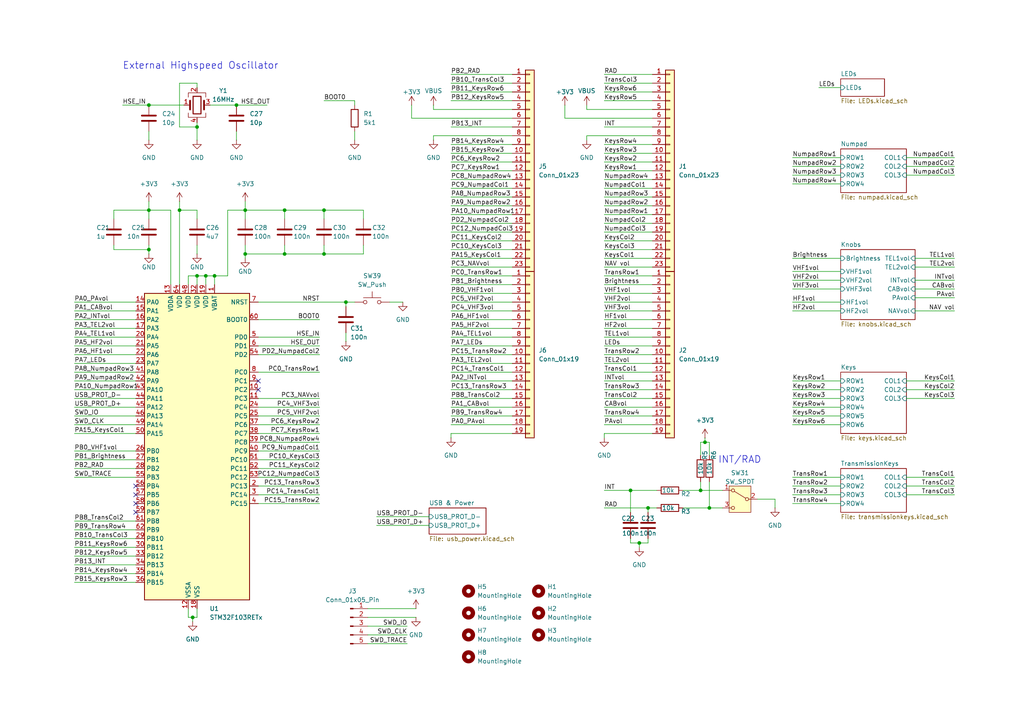
<source format=kicad_sch>
(kicad_sch
	(version 20231120)
	(generator "eeschema")
	(generator_version "8.0")
	(uuid "bda2127b-b465-4d1b-8618-16a3a37b8a85")
	(paper "A4")
	
	(junction
		(at 204.47 128.27)
		(diameter 0)
		(color 0 0 0 0)
		(uuid "161eed18-0cab-48f4-b7b7-dd3712db84f7")
	)
	(junction
		(at 59.69 80.01)
		(diameter 0)
		(color 0 0 0 0)
		(uuid "16557882-48a0-4ffd-964f-8865c6bb1822")
	)
	(junction
		(at 100.33 87.63)
		(diameter 0)
		(color 0 0 0 0)
		(uuid "241d3d17-ebaa-4385-b58b-a5eae35ed8ec")
	)
	(junction
		(at 82.55 73.66)
		(diameter 0)
		(color 0 0 0 0)
		(uuid "33cd1ff2-0bef-4c27-9a96-97fdc0ff4a80")
	)
	(junction
		(at 205.74 147.32)
		(diameter 0)
		(color 0 0 0 0)
		(uuid "3594b873-6cd7-479f-b5ae-3ca417b3973c")
	)
	(junction
		(at 43.18 30.48)
		(diameter 0)
		(color 0 0 0 0)
		(uuid "3b36fc2d-026c-453d-9d11-1be2b457f4bb")
	)
	(junction
		(at 57.15 80.01)
		(diameter 0)
		(color 0 0 0 0)
		(uuid "3bfbd57a-2f76-43ed-89a0-bd81625c37ef")
	)
	(junction
		(at 71.12 60.96)
		(diameter 0)
		(color 0 0 0 0)
		(uuid "479812ee-7b79-497f-b83a-64b2e8da0f2c")
	)
	(junction
		(at 43.18 60.96)
		(diameter 0)
		(color 0 0 0 0)
		(uuid "4df8ca5b-5fe8-413d-a7bd-369cf3ee391e")
	)
	(junction
		(at 93.98 60.96)
		(diameter 0)
		(color 0 0 0 0)
		(uuid "54722a53-eff0-4791-a7c9-9184e2232e69")
	)
	(junction
		(at 62.23 80.01)
		(diameter 0)
		(color 0 0 0 0)
		(uuid "67847fa0-4800-4543-8d10-3fa4e651c038")
	)
	(junction
		(at 187.96 147.32)
		(diameter 0)
		(color 0 0 0 0)
		(uuid "681d9e8e-d716-4544-9412-84261cd518db")
	)
	(junction
		(at 52.07 60.96)
		(diameter 0)
		(color 0 0 0 0)
		(uuid "87fc4651-e4e8-4f42-a82f-c61c1f6d9e87")
	)
	(junction
		(at 43.18 72.39)
		(diameter 0)
		(color 0 0 0 0)
		(uuid "93cfcd30-7795-47a0-953e-c941a96f71de")
	)
	(junction
		(at 185.42 157.48)
		(diameter 0)
		(color 0 0 0 0)
		(uuid "b7b1d6d3-4ed5-4963-99ba-6365c3da7d7f")
	)
	(junction
		(at 203.2 142.24)
		(diameter 0)
		(color 0 0 0 0)
		(uuid "bb092205-18f1-464d-ad2b-acbfe753c2ac")
	)
	(junction
		(at 82.55 60.96)
		(diameter 0)
		(color 0 0 0 0)
		(uuid "cdff6452-2d58-4045-8761-9f84b28f2548")
	)
	(junction
		(at 68.58 30.48)
		(diameter 0)
		(color 0 0 0 0)
		(uuid "dc36151d-719a-49fb-982e-f8cdf8a00c92")
	)
	(junction
		(at 55.88 179.07)
		(diameter 0)
		(color 0 0 0 0)
		(uuid "dee83123-3109-4b5a-bd24-dd734ba0a3c5")
	)
	(junction
		(at 182.88 142.24)
		(diameter 0)
		(color 0 0 0 0)
		(uuid "e6a16a7e-a696-445f-a904-8c735043d0eb")
	)
	(junction
		(at 71.12 73.66)
		(diameter 0)
		(color 0 0 0 0)
		(uuid "ed81d054-e623-410e-9f45-51c4cbe02c03")
	)
	(junction
		(at 57.15 36.83)
		(diameter 0)
		(color 0 0 0 0)
		(uuid "f5f80f7f-986e-4bf7-b9b6-eabf0fe4cd25")
	)
	(junction
		(at 93.98 73.66)
		(diameter 0)
		(color 0 0 0 0)
		(uuid "f830cd5c-c76e-496e-ac60-f929d72ff3aa")
	)
	(no_connect
		(at 74.93 113.03)
		(uuid "012162d2-4b64-4c84-b8f4-2054d201446b")
	)
	(no_connect
		(at 39.37 146.05)
		(uuid "095ebbc1-4854-4ae1-9ef0-0d9362bb2677")
	)
	(no_connect
		(at 39.37 140.97)
		(uuid "5b800b43-f3d9-4f7a-8573-cca6eb407bf7")
	)
	(no_connect
		(at 74.93 110.49)
		(uuid "e451209b-a956-4162-a4d4-94a4bd619405")
	)
	(no_connect
		(at 39.37 143.51)
		(uuid "e8f11217-28d7-4b34-a32a-07ee38a5f0ba")
	)
	(no_connect
		(at 39.37 148.59)
		(uuid "f9d570cf-ab74-4753-8f23-d01c5ee0cf36")
	)
	(wire
		(pts
			(xy 71.12 63.5) (xy 71.12 60.96)
		)
		(stroke
			(width 0)
			(type default)
		)
		(uuid "0013c3ca-03c9-49bf-a052-acf5406ab419")
	)
	(wire
		(pts
			(xy 130.81 64.77) (xy 148.59 64.77)
		)
		(stroke
			(width 0)
			(type default)
		)
		(uuid "016ceb83-a902-482b-8b56-379e1e651a7c")
	)
	(wire
		(pts
			(xy 52.07 24.13) (xy 52.07 36.83)
		)
		(stroke
			(width 0)
			(type default)
		)
		(uuid "03bda2b1-1dc1-4559-bc7e-b5f86aca045f")
	)
	(wire
		(pts
			(xy 130.81 125.73) (xy 148.59 125.73)
		)
		(stroke
			(width 0)
			(type default)
		)
		(uuid "05bf51c8-4b55-423a-94a1-ec707a180ce7")
	)
	(wire
		(pts
			(xy 102.87 38.1) (xy 102.87 40.64)
		)
		(stroke
			(width 0)
			(type default)
		)
		(uuid "05d8aa97-a76a-4c56-87a8-e5701d227464")
	)
	(wire
		(pts
			(xy 113.03 87.63) (xy 116.84 87.63)
		)
		(stroke
			(width 0)
			(type default)
		)
		(uuid "06f64116-d19e-4636-b928-5e9582a53381")
	)
	(wire
		(pts
			(xy 21.59 120.65) (xy 39.37 120.65)
		)
		(stroke
			(width 0)
			(type default)
		)
		(uuid "0781fb4a-8e53-4956-8a00-8e2db8fbcc3c")
	)
	(wire
		(pts
			(xy 175.26 29.21) (xy 189.23 29.21)
		)
		(stroke
			(width 0)
			(type default)
		)
		(uuid "09277dd4-3d62-4faa-80a6-d4b8a9d33c39")
	)
	(wire
		(pts
			(xy 175.26 85.09) (xy 189.23 85.09)
		)
		(stroke
			(width 0)
			(type default)
		)
		(uuid "0a6d525d-b838-4991-bb37-f09e2030e146")
	)
	(wire
		(pts
			(xy 175.26 102.87) (xy 189.23 102.87)
		)
		(stroke
			(width 0)
			(type default)
		)
		(uuid "0c816d8d-6140-4f11-bf83-e23dc9f8381d")
	)
	(wire
		(pts
			(xy 182.88 156.21) (xy 182.88 157.48)
		)
		(stroke
			(width 0)
			(type default)
		)
		(uuid "0efe526b-246e-4887-93c3-db53b074dbe5")
	)
	(wire
		(pts
			(xy 276.86 143.51) (xy 262.89 143.51)
		)
		(stroke
			(width 0)
			(type default)
		)
		(uuid "1096026b-9391-40bd-8e3a-8a122a1cf00e")
	)
	(wire
		(pts
			(xy 175.26 49.53) (xy 189.23 49.53)
		)
		(stroke
			(width 0)
			(type default)
		)
		(uuid "10b7be56-09d8-4b9d-b8f9-0fdf4a9f0d6b")
	)
	(wire
		(pts
			(xy 125.73 39.37) (xy 148.59 39.37)
		)
		(stroke
			(width 0)
			(type default)
		)
		(uuid "1224a0e8-172d-4f03-8595-1df1e5a547be")
	)
	(wire
		(pts
			(xy 106.68 176.53) (xy 120.65 176.53)
		)
		(stroke
			(width 0)
			(type default)
		)
		(uuid "12c2eef3-e89a-4b57-9d21-305f150e6f9f")
	)
	(wire
		(pts
			(xy 276.86 140.97) (xy 262.89 140.97)
		)
		(stroke
			(width 0)
			(type default)
		)
		(uuid "1494253b-c8dd-4778-ac6f-f7ce790afd38")
	)
	(wire
		(pts
			(xy 43.18 30.48) (xy 53.34 30.48)
		)
		(stroke
			(width 0)
			(type default)
		)
		(uuid "1547f0f1-15a9-49b8-aa24-115d71daa02f")
	)
	(wire
		(pts
			(xy 185.42 157.48) (xy 185.42 158.75)
		)
		(stroke
			(width 0)
			(type default)
		)
		(uuid "15c98d69-484b-468e-8b5a-08bacc07e123")
	)
	(wire
		(pts
			(xy 130.81 125.73) (xy 130.81 127)
		)
		(stroke
			(width 0)
			(type default)
		)
		(uuid "1736ad0e-8cc6-4fd1-bd3b-f9f5e55d31c7")
	)
	(wire
		(pts
			(xy 130.81 87.63) (xy 148.59 87.63)
		)
		(stroke
			(width 0)
			(type default)
		)
		(uuid "1a3839b4-eafb-498e-8563-a1e4ac2c5138")
	)
	(wire
		(pts
			(xy 175.26 87.63) (xy 189.23 87.63)
		)
		(stroke
			(width 0)
			(type default)
		)
		(uuid "1b3ce313-f878-45fb-8371-9dce8a9ca004")
	)
	(wire
		(pts
			(xy 204.47 128.27) (xy 203.2 128.27)
		)
		(stroke
			(width 0)
			(type default)
		)
		(uuid "1c12cfe1-8a0a-4f2b-bac6-410ce2aa17f3")
	)
	(wire
		(pts
			(xy 175.26 95.25) (xy 189.23 95.25)
		)
		(stroke
			(width 0)
			(type default)
		)
		(uuid "1eb0e47a-6ffb-49ac-b8d5-32b7de7b91d1")
	)
	(wire
		(pts
			(xy 52.07 58.42) (xy 52.07 60.96)
		)
		(stroke
			(width 0)
			(type default)
		)
		(uuid "1fdeed05-77c4-4907-ac26-136ca7f13f56")
	)
	(wire
		(pts
			(xy 175.26 24.13) (xy 189.23 24.13)
		)
		(stroke
			(width 0)
			(type default)
		)
		(uuid "204e6257-319a-4c4e-b63f-c413d8251bd5")
	)
	(wire
		(pts
			(xy 187.96 147.32) (xy 187.96 148.59)
		)
		(stroke
			(width 0)
			(type default)
		)
		(uuid "2121084d-b62a-46c0-b03e-449581c38615")
	)
	(wire
		(pts
			(xy 21.59 90.17) (xy 39.37 90.17)
		)
		(stroke
			(width 0)
			(type default)
		)
		(uuid "214678af-30a8-4b61-bc74-9b5d7ead8bdf")
	)
	(wire
		(pts
			(xy 74.93 125.73) (xy 92.71 125.73)
		)
		(stroke
			(width 0)
			(type default)
		)
		(uuid "21744799-7452-4b40-83b0-84894d64b11f")
	)
	(wire
		(pts
			(xy 175.26 115.57) (xy 189.23 115.57)
		)
		(stroke
			(width 0)
			(type default)
		)
		(uuid "2264ff24-02f8-44f9-9260-908850bc66a0")
	)
	(wire
		(pts
			(xy 189.23 97.79) (xy 175.26 97.79)
		)
		(stroke
			(width 0)
			(type default)
		)
		(uuid "22b1f09f-b7cd-4aca-9eaf-548624c27c63")
	)
	(wire
		(pts
			(xy 229.87 87.63) (xy 243.84 87.63)
		)
		(stroke
			(width 0)
			(type default)
		)
		(uuid "24274dee-6982-43c2-9f43-a8a91bcdb0aa")
	)
	(wire
		(pts
			(xy 229.87 53.34) (xy 243.84 53.34)
		)
		(stroke
			(width 0)
			(type default)
		)
		(uuid "24a6f8f0-b2f7-4c54-909d-3dc075b466ed")
	)
	(wire
		(pts
			(xy 224.79 144.78) (xy 224.79 147.32)
		)
		(stroke
			(width 0)
			(type default)
		)
		(uuid "279e4e1c-bc54-4b7c-8849-c05a26a0573f")
	)
	(wire
		(pts
			(xy 262.89 50.8) (xy 276.86 50.8)
		)
		(stroke
			(width 0)
			(type default)
		)
		(uuid "29d4a6d3-ac02-44f3-9790-044a1b76eabf")
	)
	(wire
		(pts
			(xy 21.59 100.33) (xy 39.37 100.33)
		)
		(stroke
			(width 0)
			(type default)
		)
		(uuid "2a3afcaa-c097-402a-8008-743a99da3dd7")
	)
	(wire
		(pts
			(xy 229.87 123.19) (xy 243.84 123.19)
		)
		(stroke
			(width 0)
			(type default)
		)
		(uuid "2a6402d8-1317-40f2-96c1-db57bd703817")
	)
	(wire
		(pts
			(xy 57.15 25.4) (xy 57.15 24.13)
		)
		(stroke
			(width 0)
			(type default)
		)
		(uuid "2a7c03f4-5309-45b6-a600-9a71a05c407d")
	)
	(wire
		(pts
			(xy 187.96 157.48) (xy 185.42 157.48)
		)
		(stroke
			(width 0)
			(type default)
		)
		(uuid "2a94c00b-6bc6-47d9-a0b2-760871312acb")
	)
	(wire
		(pts
			(xy 118.11 184.15) (xy 106.68 184.15)
		)
		(stroke
			(width 0)
			(type default)
		)
		(uuid "2aed6b3d-c3fc-4b8d-b747-c8850d54fe02")
	)
	(wire
		(pts
			(xy 175.26 120.65) (xy 189.23 120.65)
		)
		(stroke
			(width 0)
			(type default)
		)
		(uuid "2bd55bdb-7596-4b1a-b1a1-92b74a46f595")
	)
	(wire
		(pts
			(xy 130.81 82.55) (xy 148.59 82.55)
		)
		(stroke
			(width 0)
			(type default)
		)
		(uuid "2d0edf56-7484-4ead-8af1-26784835d7c3")
	)
	(wire
		(pts
			(xy 21.59 138.43) (xy 39.37 138.43)
		)
		(stroke
			(width 0)
			(type default)
		)
		(uuid "2e9752d7-edc4-495e-a8dd-cbeee9b59ab6")
	)
	(wire
		(pts
			(xy 74.93 115.57) (xy 92.71 115.57)
		)
		(stroke
			(width 0)
			(type default)
		)
		(uuid "2f792549-a563-4c83-957b-b9d58175f2b1")
	)
	(wire
		(pts
			(xy 229.87 81.28) (xy 243.84 81.28)
		)
		(stroke
			(width 0)
			(type default)
		)
		(uuid "31fdbbba-8efb-4d7c-af65-ba006d1a4916")
	)
	(wire
		(pts
			(xy 130.81 62.23) (xy 148.59 62.23)
		)
		(stroke
			(width 0)
			(type default)
		)
		(uuid "321b4f0c-e6d0-47ce-adea-c1d14de30fc4")
	)
	(wire
		(pts
			(xy 130.81 95.25) (xy 148.59 95.25)
		)
		(stroke
			(width 0)
			(type default)
		)
		(uuid "325ce88e-0282-4917-a346-533795cc69ff")
	)
	(wire
		(pts
			(xy 100.33 96.52) (xy 100.33 99.06)
		)
		(stroke
			(width 0)
			(type default)
		)
		(uuid "34ba5cf1-8e4b-46bd-9583-f5c8c043525d")
	)
	(wire
		(pts
			(xy 21.59 133.35) (xy 39.37 133.35)
		)
		(stroke
			(width 0)
			(type default)
		)
		(uuid "3768a022-6e8e-4cac-83e0-ab14509ad10c")
	)
	(wire
		(pts
			(xy 175.26 44.45) (xy 189.23 44.45)
		)
		(stroke
			(width 0)
			(type default)
		)
		(uuid "37ed43ec-efb2-4dc3-baea-3f92a9cd075a")
	)
	(wire
		(pts
			(xy 130.81 120.65) (xy 148.59 120.65)
		)
		(stroke
			(width 0)
			(type default)
		)
		(uuid "39e4ea1e-127d-4c71-bc4a-bfda8cb1d5c9")
	)
	(wire
		(pts
			(xy 21.59 92.71) (xy 39.37 92.71)
		)
		(stroke
			(width 0)
			(type default)
		)
		(uuid "3be38a7d-34a2-47ce-8a18-4a5d4e81a653")
	)
	(wire
		(pts
			(xy 74.93 130.81) (xy 92.71 130.81)
		)
		(stroke
			(width 0)
			(type default)
		)
		(uuid "3c18807a-9fda-407c-917c-8ee029f83c78")
	)
	(wire
		(pts
			(xy 265.43 90.17) (xy 276.86 90.17)
		)
		(stroke
			(width 0)
			(type default)
		)
		(uuid "3c4ba8b2-ba3f-408d-9415-7d75789ce06a")
	)
	(wire
		(pts
			(xy 130.81 54.61) (xy 148.59 54.61)
		)
		(stroke
			(width 0)
			(type default)
		)
		(uuid "3c51cff2-191f-4e56-b8f8-258ce1c037db")
	)
	(wire
		(pts
			(xy 74.93 146.05) (xy 92.71 146.05)
		)
		(stroke
			(width 0)
			(type default)
		)
		(uuid "3c5310e6-b564-4398-b690-72fc2ed9f3cb")
	)
	(wire
		(pts
			(xy 187.96 156.21) (xy 187.96 157.48)
		)
		(stroke
			(width 0)
			(type default)
		)
		(uuid "3c9a4731-b6b5-419e-a57b-22cffe8a30fa")
	)
	(wire
		(pts
			(xy 60.96 30.48) (xy 68.58 30.48)
		)
		(stroke
			(width 0)
			(type default)
		)
		(uuid "3d4b92f4-83a7-4db6-8838-7469111f4851")
	)
	(wire
		(pts
			(xy 175.26 142.24) (xy 182.88 142.24)
		)
		(stroke
			(width 0)
			(type default)
		)
		(uuid "3d664cfa-4a10-444b-9fff-5975500b7dac")
	)
	(wire
		(pts
			(xy 219.71 144.78) (xy 224.79 144.78)
		)
		(stroke
			(width 0)
			(type default)
		)
		(uuid "3e2fb2bb-f6a5-4762-839b-2c67b7a525f3")
	)
	(wire
		(pts
			(xy 229.87 90.17) (xy 243.84 90.17)
		)
		(stroke
			(width 0)
			(type default)
		)
		(uuid "3e39c1b7-e0be-47e7-8c68-a215e4d8af4a")
	)
	(wire
		(pts
			(xy 205.74 132.08) (xy 205.74 128.27)
		)
		(stroke
			(width 0)
			(type default)
		)
		(uuid "3f2ae506-2365-454d-ac79-698b18c92025")
	)
	(wire
		(pts
			(xy 175.26 57.15) (xy 189.23 57.15)
		)
		(stroke
			(width 0)
			(type default)
		)
		(uuid "3f917e0f-b27a-4616-8977-d0aeef5c1ad1")
	)
	(wire
		(pts
			(xy 33.02 72.39) (xy 43.18 72.39)
		)
		(stroke
			(width 0)
			(type default)
		)
		(uuid "3fca4413-d28c-43bd-99d5-c1b5a0f9029c")
	)
	(wire
		(pts
			(xy 229.87 110.49) (xy 243.84 110.49)
		)
		(stroke
			(width 0)
			(type default)
		)
		(uuid "41646217-ae8d-430b-b28e-adc150f76fe9")
	)
	(wire
		(pts
			(xy 74.93 140.97) (xy 92.71 140.97)
		)
		(stroke
			(width 0)
			(type default)
		)
		(uuid "41da6a7e-5097-48fe-aa51-9a25c0605412")
	)
	(wire
		(pts
			(xy 74.93 120.65) (xy 92.71 120.65)
		)
		(stroke
			(width 0)
			(type default)
		)
		(uuid "42419de1-08d4-4d73-a2fd-b846bfed77bc")
	)
	(wire
		(pts
			(xy 175.26 107.95) (xy 189.23 107.95)
		)
		(stroke
			(width 0)
			(type default)
		)
		(uuid "44bc142a-ee1d-4d9e-b89a-b561ed0d6fa3")
	)
	(wire
		(pts
			(xy 175.26 90.17) (xy 189.23 90.17)
		)
		(stroke
			(width 0)
			(type default)
		)
		(uuid "4552b3d2-1bf1-4840-97f5-30e5be7a0fe2")
	)
	(wire
		(pts
			(xy 130.81 36.83) (xy 148.59 36.83)
		)
		(stroke
			(width 0)
			(type default)
		)
		(uuid "46b521bf-bc33-4764-95a0-31042c56f2e4")
	)
	(wire
		(pts
			(xy 66.04 60.96) (xy 66.04 80.01)
		)
		(stroke
			(width 0)
			(type default)
		)
		(uuid "47f357c2-85dd-4c40-be3f-b94ee320b5a8")
	)
	(wire
		(pts
			(xy 55.88 179.07) (xy 55.88 180.34)
		)
		(stroke
			(width 0)
			(type default)
		)
		(uuid "4a6bd1db-bf49-4cc0-b309-865731bbc10f")
	)
	(wire
		(pts
			(xy 93.98 73.66) (xy 105.41 73.66)
		)
		(stroke
			(width 0)
			(type default)
		)
		(uuid "4c228fad-0aa9-4e37-a0d9-d0613ac6998a")
	)
	(wire
		(pts
			(xy 124.46 149.86) (xy 109.22 149.86)
		)
		(stroke
			(width 0)
			(type default)
		)
		(uuid "4c72cf41-12d3-4e6a-81a9-aeb108b791fc")
	)
	(wire
		(pts
			(xy 57.15 60.96) (xy 57.15 63.5)
		)
		(stroke
			(width 0)
			(type default)
		)
		(uuid "4d703b2c-b708-4178-9362-a8e2c46af395")
	)
	(wire
		(pts
			(xy 265.43 86.36) (xy 276.86 86.36)
		)
		(stroke
			(width 0)
			(type default)
		)
		(uuid "4d838e5c-1d16-4183-984c-a8dcf3600123")
	)
	(wire
		(pts
			(xy 175.26 52.07) (xy 189.23 52.07)
		)
		(stroke
			(width 0)
			(type default)
		)
		(uuid "4d87f572-1e15-4524-affa-41a84547697b")
	)
	(wire
		(pts
			(xy 105.41 63.5) (xy 105.41 60.96)
		)
		(stroke
			(width 0)
			(type default)
		)
		(uuid "4d971a70-bc00-4e01-bfed-2fc848ddf794")
	)
	(wire
		(pts
			(xy 130.81 118.11) (xy 148.59 118.11)
		)
		(stroke
			(width 0)
			(type default)
		)
		(uuid "4f689d34-8a58-47eb-bb80-61687a1b97d1")
	)
	(wire
		(pts
			(xy 229.87 45.72) (xy 243.84 45.72)
		)
		(stroke
			(width 0)
			(type default)
		)
		(uuid "503452ca-f673-4c93-b7b7-b2e48cf38d49")
	)
	(wire
		(pts
			(xy 74.93 138.43) (xy 92.71 138.43)
		)
		(stroke
			(width 0)
			(type default)
		)
		(uuid "51297606-7d98-416f-b0ea-48ea700698a3")
	)
	(wire
		(pts
			(xy 21.59 123.19) (xy 39.37 123.19)
		)
		(stroke
			(width 0)
			(type default)
		)
		(uuid "517d7f0b-e49c-4c0d-937a-c045ebeb9be0")
	)
	(wire
		(pts
			(xy 130.81 46.99) (xy 148.59 46.99)
		)
		(stroke
			(width 0)
			(type default)
		)
		(uuid "54d77aed-de07-4c39-bfd5-6811e161ba98")
	)
	(wire
		(pts
			(xy 130.81 24.13) (xy 148.59 24.13)
		)
		(stroke
			(width 0)
			(type default)
		)
		(uuid "55274596-6480-48fa-bab9-90ac04f6468e")
	)
	(wire
		(pts
			(xy 130.81 26.67) (xy 148.59 26.67)
		)
		(stroke
			(width 0)
			(type default)
		)
		(uuid "56bb828d-eb9a-4810-b569-7a2f68ae858d")
	)
	(wire
		(pts
			(xy 265.43 74.93) (xy 276.86 74.93)
		)
		(stroke
			(width 0)
			(type default)
		)
		(uuid "583f3e96-d05f-47f3-b0ad-98bd34b19cb3")
	)
	(wire
		(pts
			(xy 189.23 118.11) (xy 175.26 118.11)
		)
		(stroke
			(width 0)
			(type default)
		)
		(uuid "590d3206-9797-4e8d-a8cd-44e7213cf225")
	)
	(wire
		(pts
			(xy 130.81 113.03) (xy 148.59 113.03)
		)
		(stroke
			(width 0)
			(type default)
		)
		(uuid "5a147b55-2ff9-49fe-a615-401b427e608e")
	)
	(wire
		(pts
			(xy 74.93 107.95) (xy 92.71 107.95)
		)
		(stroke
			(width 0)
			(type default)
		)
		(uuid "5a4a09c4-f385-41a5-9e5e-f79725812b52")
	)
	(wire
		(pts
			(xy 182.88 142.24) (xy 182.88 148.59)
		)
		(stroke
			(width 0)
			(type default)
		)
		(uuid "5a8fb2b2-0bd2-4cb9-992d-cdddb1d90e72")
	)
	(wire
		(pts
			(xy 175.26 92.71) (xy 189.23 92.71)
		)
		(stroke
			(width 0)
			(type default)
		)
		(uuid "5b8313e9-cdbd-4913-92ac-e8f037b5312f")
	)
	(wire
		(pts
			(xy 229.87 118.11) (xy 243.84 118.11)
		)
		(stroke
			(width 0)
			(type default)
		)
		(uuid "5bbc17e0-bca6-4453-9662-36aa162a3e09")
	)
	(wire
		(pts
			(xy 54.61 82.55) (xy 54.61 80.01)
		)
		(stroke
			(width 0)
			(type default)
		)
		(uuid "5d59a066-dd41-4677-b0ff-b1d0f33b387a")
	)
	(wire
		(pts
			(xy 203.2 142.24) (xy 209.55 142.24)
		)
		(stroke
			(width 0)
			(type default)
		)
		(uuid "5d5b7935-931d-4ae1-9b36-8eb8544551ba")
	)
	(wire
		(pts
			(xy 175.26 80.01) (xy 189.23 80.01)
		)
		(stroke
			(width 0)
			(type default)
		)
		(uuid "5d643dbd-a4fd-44ad-a6cb-d78225fce8ef")
	)
	(wire
		(pts
			(xy 57.15 24.13) (xy 52.07 24.13)
		)
		(stroke
			(width 0)
			(type default)
		)
		(uuid "5d6a3e0e-636c-44e9-b157-01e86193c14d")
	)
	(wire
		(pts
			(xy 130.81 44.45) (xy 148.59 44.45)
		)
		(stroke
			(width 0)
			(type default)
		)
		(uuid "5d8360d9-6b26-4948-8fda-abb6046b2cf0")
	)
	(wire
		(pts
			(xy 189.23 64.77) (xy 175.26 64.77)
		)
		(stroke
			(width 0)
			(type default)
		)
		(uuid "5db22661-bd01-44d9-be53-c1cc305a4a08")
	)
	(wire
		(pts
			(xy 229.87 138.43) (xy 243.84 138.43)
		)
		(stroke
			(width 0)
			(type default)
		)
		(uuid "5ef24699-abb6-49ab-9c76-af8450711895")
	)
	(wire
		(pts
			(xy 229.87 78.74) (xy 243.84 78.74)
		)
		(stroke
			(width 0)
			(type default)
		)
		(uuid "5f89d6db-1586-4ee6-a664-83d2a7b45821")
	)
	(wire
		(pts
			(xy 74.93 102.87) (xy 92.71 102.87)
		)
		(stroke
			(width 0)
			(type default)
		)
		(uuid "609aad2b-cbd2-4b49-8511-55d42f36c6cd")
	)
	(wire
		(pts
			(xy 130.81 57.15) (xy 148.59 57.15)
		)
		(stroke
			(width 0)
			(type default)
		)
		(uuid "62837af7-b804-494b-88af-8b95d4cd2f52")
	)
	(wire
		(pts
			(xy 21.59 95.25) (xy 39.37 95.25)
		)
		(stroke
			(width 0)
			(type default)
		)
		(uuid "62a32fee-8247-4b2e-a352-8ae4e8a0da77")
	)
	(wire
		(pts
			(xy 82.55 71.12) (xy 82.55 73.66)
		)
		(stroke
			(width 0)
			(type default)
		)
		(uuid "633ebde2-37b5-4054-8920-773a494dabf3")
	)
	(wire
		(pts
			(xy 74.93 87.63) (xy 100.33 87.63)
		)
		(stroke
			(width 0)
			(type default)
		)
		(uuid "63b0d1f1-4fc6-4e82-9b9f-83c89e87a14d")
	)
	(wire
		(pts
			(xy 43.18 38.1) (xy 43.18 40.64)
		)
		(stroke
			(width 0)
			(type default)
		)
		(uuid "643e38d2-2e5f-4696-9191-f90052bb8be9")
	)
	(wire
		(pts
			(xy 130.81 29.21) (xy 148.59 29.21)
		)
		(stroke
			(width 0)
			(type default)
		)
		(uuid "67c93c5a-4a39-43cd-a745-12796d863d04")
	)
	(wire
		(pts
			(xy 189.23 123.19) (xy 175.26 123.19)
		)
		(stroke
			(width 0)
			(type default)
		)
		(uuid "69123677-ca86-4132-991e-696878d36682")
	)
	(wire
		(pts
			(xy 57.15 35.56) (xy 57.15 36.83)
		)
		(stroke
			(width 0)
			(type default)
		)
		(uuid "69dedafd-141b-40a7-b073-19cd24e1beca")
	)
	(wire
		(pts
			(xy 118.11 186.69) (xy 106.68 186.69)
		)
		(stroke
			(width 0)
			(type default)
		)
		(uuid "6c64730a-4589-4c74-ab73-f491ae822e4a")
	)
	(wire
		(pts
			(xy 118.11 181.61) (xy 106.68 181.61)
		)
		(stroke
			(width 0)
			(type default)
		)
		(uuid "6deac241-4f9f-49cf-b564-c1a73b1ce3fe")
	)
	(wire
		(pts
			(xy 170.18 31.75) (xy 170.18 30.48)
		)
		(stroke
			(width 0)
			(type default)
		)
		(uuid "6ea8e6bf-2289-4aff-a5d0-752ba7474f86")
	)
	(wire
		(pts
			(xy 21.59 168.91) (xy 39.37 168.91)
		)
		(stroke
			(width 0)
			(type default)
		)
		(uuid "6eaee68b-87b0-4699-8da5-2c32fe6f3795")
	)
	(wire
		(pts
			(xy 130.81 123.19) (xy 148.59 123.19)
		)
		(stroke
			(width 0)
			(type default)
		)
		(uuid "6ecc11a1-86b9-47ce-8b64-e78bb4fa6cc2")
	)
	(wire
		(pts
			(xy 262.89 48.26) (xy 276.86 48.26)
		)
		(stroke
			(width 0)
			(type default)
		)
		(uuid "6f49d42f-ad91-4bf5-a4e3-2657d1f5d5c2")
	)
	(wire
		(pts
			(xy 229.87 120.65) (xy 243.84 120.65)
		)
		(stroke
			(width 0)
			(type default)
		)
		(uuid "6f598da6-b9bb-446c-8fd5-bb97369b787f")
	)
	(wire
		(pts
			(xy 265.43 83.82) (xy 276.86 83.82)
		)
		(stroke
			(width 0)
			(type default)
		)
		(uuid "70659729-6adc-4135-b0e8-340be4cbdd37")
	)
	(wire
		(pts
			(xy 130.81 105.41) (xy 148.59 105.41)
		)
		(stroke
			(width 0)
			(type default)
		)
		(uuid "71e93838-ac9e-4715-ae2c-81fdc7e633b2")
	)
	(wire
		(pts
			(xy 175.26 46.99) (xy 189.23 46.99)
		)
		(stroke
			(width 0)
			(type default)
		)
		(uuid "722bf4bd-253d-4253-9842-3bb6c14af89d")
	)
	(wire
		(pts
			(xy 82.55 60.96) (xy 82.55 63.5)
		)
		(stroke
			(width 0)
			(type default)
		)
		(uuid "72dc3b9a-e203-4155-a3ac-7849155f34e7")
	)
	(wire
		(pts
			(xy 57.15 71.12) (xy 57.15 73.66)
		)
		(stroke
			(width 0)
			(type default)
		)
		(uuid "74ec30e2-8b11-4f4f-bb78-e76d876943c0")
	)
	(wire
		(pts
			(xy 175.26 105.41) (xy 189.23 105.41)
		)
		(stroke
			(width 0)
			(type default)
		)
		(uuid "75b0465d-3e06-4412-8b3d-730e8c8d9f58")
	)
	(wire
		(pts
			(xy 205.74 128.27) (xy 204.47 128.27)
		)
		(stroke
			(width 0)
			(type default)
		)
		(uuid "75bdc14d-1ca4-4ef3-9b4e-0e25c1b8fca0")
	)
	(wire
		(pts
			(xy 229.87 113.03) (xy 243.84 113.03)
		)
		(stroke
			(width 0)
			(type default)
		)
		(uuid "75e87a64-ebb0-4807-b83b-456f6f5e6404")
	)
	(wire
		(pts
			(xy 71.12 73.66) (xy 71.12 74.93)
		)
		(stroke
			(width 0)
			(type default)
		)
		(uuid "760a72d4-eac7-4b92-b6b5-5a0d9b0812bc")
	)
	(wire
		(pts
			(xy 175.26 113.03) (xy 189.23 113.03)
		)
		(stroke
			(width 0)
			(type default)
		)
		(uuid "76702ae8-9b57-44f3-877e-51c10fd9a0d1")
	)
	(wire
		(pts
			(xy 229.87 143.51) (xy 243.84 143.51)
		)
		(stroke
			(width 0)
			(type default)
		)
		(uuid "78eab8b9-0a65-46f8-b5f5-7d533d2ade05")
	)
	(wire
		(pts
			(xy 262.89 110.49) (xy 276.86 110.49)
		)
		(stroke
			(width 0)
			(type default)
		)
		(uuid "79857e8f-df60-4e61-8139-4b1df071ed67")
	)
	(wire
		(pts
			(xy 130.81 107.95) (xy 148.59 107.95)
		)
		(stroke
			(width 0)
			(type default)
		)
		(uuid "79dee3fc-c4be-4763-abe0-16e80b8c49d4")
	)
	(wire
		(pts
			(xy 189.23 67.31) (xy 175.26 67.31)
		)
		(stroke
			(width 0)
			(type default)
		)
		(uuid "7db655fa-3edf-401a-b2a1-a98d7f5dd208")
	)
	(wire
		(pts
			(xy 21.59 156.21) (xy 39.37 156.21)
		)
		(stroke
			(width 0)
			(type default)
		)
		(uuid "7dd344ce-cbdb-4c58-9d7c-7de227a0ad67")
	)
	(wire
		(pts
			(xy 130.81 90.17) (xy 148.59 90.17)
		)
		(stroke
			(width 0)
			(type default)
		)
		(uuid "7e53cf11-a4d3-44f3-8818-296f0602b128")
	)
	(wire
		(pts
			(xy 52.07 36.83) (xy 57.15 36.83)
		)
		(stroke
			(width 0)
			(type default)
		)
		(uuid "7ebf851f-3495-48b5-8cff-60aad403f9d4")
	)
	(wire
		(pts
			(xy 66.04 80.01) (xy 62.23 80.01)
		)
		(stroke
			(width 0)
			(type default)
		)
		(uuid "815cf3c2-a265-4929-af9d-fb446ed3f1b8")
	)
	(wire
		(pts
			(xy 130.81 110.49) (xy 148.59 110.49)
		)
		(stroke
			(width 0)
			(type default)
		)
		(uuid "83f97051-6757-46db-ad19-d5654bf544bd")
	)
	(wire
		(pts
			(xy 33.02 60.96) (xy 43.18 60.96)
		)
		(stroke
			(width 0)
			(type default)
		)
		(uuid "8475bd4a-44bb-4ad8-9800-46a773819a2c")
	)
	(wire
		(pts
			(xy 21.59 163.83) (xy 39.37 163.83)
		)
		(stroke
			(width 0)
			(type default)
		)
		(uuid "851b31cd-a7b8-45c4-b79a-60d2d48326ff")
	)
	(wire
		(pts
			(xy 204.47 127) (xy 204.47 128.27)
		)
		(stroke
			(width 0)
			(type default)
		)
		(uuid "851ee3c0-4bd1-44bd-8ee6-89a305703207")
	)
	(wire
		(pts
			(xy 130.81 100.33) (xy 148.59 100.33)
		)
		(stroke
			(width 0)
			(type default)
		)
		(uuid "86609503-079d-424f-a6e0-faed18042adf")
	)
	(wire
		(pts
			(xy 130.81 92.71) (xy 148.59 92.71)
		)
		(stroke
			(width 0)
			(type default)
		)
		(uuid "8a811b79-03a4-4ead-b625-bb60fb7ce72f")
	)
	(wire
		(pts
			(xy 189.23 74.93) (xy 175.26 74.93)
		)
		(stroke
			(width 0)
			(type default)
		)
		(uuid "8bb8b6b7-befa-46a0-b58d-8b095885e3c5")
	)
	(wire
		(pts
			(xy 59.69 80.01) (xy 62.23 80.01)
		)
		(stroke
			(width 0)
			(type default)
		)
		(uuid "8d1391f2-76b6-4585-ae2c-9b6b418dd3e2")
	)
	(wire
		(pts
			(xy 74.93 143.51) (xy 92.71 143.51)
		)
		(stroke
			(width 0)
			(type default)
		)
		(uuid "8e83938e-cc8b-4637-9c36-5e36d603ddaa")
	)
	(wire
		(pts
			(xy 175.26 62.23) (xy 189.23 62.23)
		)
		(stroke
			(width 0)
			(type default)
		)
		(uuid "8f97c88c-4772-4577-a136-6d587f99734e")
	)
	(wire
		(pts
			(xy 265.43 81.28) (xy 276.86 81.28)
		)
		(stroke
			(width 0)
			(type default)
		)
		(uuid "8fa19397-36de-4e83-9e01-b4480e906e13")
	)
	(wire
		(pts
			(xy 182.88 142.24) (xy 190.5 142.24)
		)
		(stroke
			(width 0)
			(type default)
		)
		(uuid "8fd43aca-7295-4bbc-b9ad-abf799974ac3")
	)
	(wire
		(pts
			(xy 198.12 147.32) (xy 205.74 147.32)
		)
		(stroke
			(width 0)
			(type default)
		)
		(uuid "90d9e4f1-82dd-460a-aadf-c0befb2e9e72")
	)
	(wire
		(pts
			(xy 21.59 110.49) (xy 39.37 110.49)
		)
		(stroke
			(width 0)
			(type default)
		)
		(uuid "91443bfd-753b-4061-a962-ddda825324c9")
	)
	(wire
		(pts
			(xy 57.15 60.96) (xy 52.07 60.96)
		)
		(stroke
			(width 0)
			(type default)
		)
		(uuid "924e731e-b533-4e7b-b000-0d452871c845")
	)
	(wire
		(pts
			(xy 125.73 39.37) (xy 125.73 40.64)
		)
		(stroke
			(width 0)
			(type default)
		)
		(uuid "927ba4ff-763f-4ba5-807f-50f97028132d")
	)
	(wire
		(pts
			(xy 187.96 147.32) (xy 190.5 147.32)
		)
		(stroke
			(width 0)
			(type default)
		)
		(uuid "9402105a-80b3-42cf-a73c-4ab54cd76b56")
	)
	(wire
		(pts
			(xy 82.55 73.66) (xy 71.12 73.66)
		)
		(stroke
			(width 0)
			(type default)
		)
		(uuid "96108343-105b-4345-8377-23abda3cf6fd")
	)
	(wire
		(pts
			(xy 21.59 135.89) (xy 39.37 135.89)
		)
		(stroke
			(width 0)
			(type default)
		)
		(uuid "96b97a20-b64d-4deb-8598-83466ac3d8bf")
	)
	(wire
		(pts
			(xy 105.41 71.12) (xy 105.41 73.66)
		)
		(stroke
			(width 0)
			(type default)
		)
		(uuid "97089390-58b7-41c9-b4a3-60390d10a78b")
	)
	(wire
		(pts
			(xy 163.83 34.29) (xy 163.83 30.48)
		)
		(stroke
			(width 0)
			(type default)
		)
		(uuid "974b31e0-e983-477c-a16c-af6a46b021e3")
	)
	(wire
		(pts
			(xy 71.12 60.96) (xy 66.04 60.96)
		)
		(stroke
			(width 0)
			(type default)
		)
		(uuid "981733f8-3502-4fca-96fe-022406414c54")
	)
	(wire
		(pts
			(xy 229.87 83.82) (xy 243.84 83.82)
		)
		(stroke
			(width 0)
			(type default)
		)
		(uuid "98b02416-495c-46a4-8696-86815cbf0e15")
	)
	(wire
		(pts
			(xy 71.12 58.42) (xy 71.12 60.96)
		)
		(stroke
			(width 0)
			(type default)
		)
		(uuid "99467d42-8bd5-4f4c-a97b-e3e4eb5874e3")
	)
	(wire
		(pts
			(xy 130.81 85.09) (xy 148.59 85.09)
		)
		(stroke
			(width 0)
			(type default)
		)
		(uuid "9b10a773-a772-41db-a389-eec291307cbc")
	)
	(wire
		(pts
			(xy 71.12 71.12) (xy 71.12 73.66)
		)
		(stroke
			(width 0)
			(type default)
		)
		(uuid "9bfb4e36-9f47-4e9f-954a-a8d5b867010e")
	)
	(wire
		(pts
			(xy 198.12 142.24) (xy 203.2 142.24)
		)
		(stroke
			(width 0)
			(type default)
		)
		(uuid "9d2ec300-b131-4145-a6ec-0242b4c63e5d")
	)
	(wire
		(pts
			(xy 125.73 31.75) (xy 148.59 31.75)
		)
		(stroke
			(width 0)
			(type default)
		)
		(uuid "9d969983-8dd0-4760-9997-e833c7fb8fa5")
	)
	(wire
		(pts
			(xy 33.02 63.5) (xy 33.02 60.96)
		)
		(stroke
			(width 0)
			(type default)
		)
		(uuid "9e66aae7-e5ca-419f-93c6-a763111546e5")
	)
	(wire
		(pts
			(xy 102.87 29.21) (xy 102.87 30.48)
		)
		(stroke
			(width 0)
			(type default)
		)
		(uuid "9fb5de19-efb7-43aa-99f4-4c8d9f0e697f")
	)
	(wire
		(pts
			(xy 276.86 138.43) (xy 262.89 138.43)
		)
		(stroke
			(width 0)
			(type default)
		)
		(uuid "a3fe5b1c-abc9-4f11-b3af-35f51dc20005")
	)
	(wire
		(pts
			(xy 237.49 25.4) (xy 243.84 25.4)
		)
		(stroke
			(width 0)
			(type default)
		)
		(uuid "a5bf1236-1c48-4e3c-81e2-cdb67372fb58")
	)
	(wire
		(pts
			(xy 170.18 39.37) (xy 189.23 39.37)
		)
		(stroke
			(width 0)
			(type default)
		)
		(uuid "a77a1436-a8db-40e8-b541-d77d156d1c54")
	)
	(wire
		(pts
			(xy 62.23 80.01) (xy 62.23 82.55)
		)
		(stroke
			(width 0)
			(type default)
		)
		(uuid "a8b82590-b214-4fed-bcee-5339c3472167")
	)
	(wire
		(pts
			(xy 100.33 87.63) (xy 102.87 87.63)
		)
		(stroke
			(width 0)
			(type default)
		)
		(uuid "a9598444-0d9b-453d-af24-10dbc0ec373e")
	)
	(wire
		(pts
			(xy 57.15 80.01) (xy 57.15 82.55)
		)
		(stroke
			(width 0)
			(type default)
		)
		(uuid "ab3c7fa6-74f0-451b-b446-e20dbf89c92e")
	)
	(wire
		(pts
			(xy 55.88 179.07) (xy 54.61 179.07)
		)
		(stroke
			(width 0)
			(type default)
		)
		(uuid "abaa7c3a-d746-425e-9ca7-76190baa2962")
	)
	(wire
		(pts
			(xy 43.18 71.12) (xy 43.18 72.39)
		)
		(stroke
			(width 0)
			(type default)
		)
		(uuid "aca29ea4-a22c-4a05-ae9c-0fd9c92a182a")
	)
	(wire
		(pts
			(xy 21.59 113.03) (xy 39.37 113.03)
		)
		(stroke
			(width 0)
			(type default)
		)
		(uuid "ad1b6c5c-13ce-4441-abd4-654ca49210d7")
	)
	(wire
		(pts
			(xy 21.59 130.81) (xy 39.37 130.81)
		)
		(stroke
			(width 0)
			(type default)
		)
		(uuid "ad1d933a-7910-4063-805a-552f9e42c033")
	)
	(wire
		(pts
			(xy 130.81 21.59) (xy 148.59 21.59)
		)
		(stroke
			(width 0)
			(type default)
		)
		(uuid "ad49f8da-b138-44bb-b9db-76804ec7230a")
	)
	(wire
		(pts
			(xy 175.26 41.91) (xy 189.23 41.91)
		)
		(stroke
			(width 0)
			(type default)
		)
		(uuid "ad4ef8b8-479b-49cc-8440-9bd1eb6e50aa")
	)
	(wire
		(pts
			(xy 74.93 135.89) (xy 92.71 135.89)
		)
		(stroke
			(width 0)
			(type default)
		)
		(uuid "afa9869f-1245-4789-b8f1-5e17418cc669")
	)
	(wire
		(pts
			(xy 21.59 97.79) (xy 39.37 97.79)
		)
		(stroke
			(width 0)
			(type default)
		)
		(uuid "afd8eac4-f771-46db-8994-20562178ebe3")
	)
	(wire
		(pts
			(xy 74.93 133.35) (xy 92.71 133.35)
		)
		(stroke
			(width 0)
			(type default)
		)
		(uuid "b1027df7-5ad3-4b59-922d-d03a1abeddaf")
	)
	(wire
		(pts
			(xy 100.33 87.63) (xy 100.33 88.9)
		)
		(stroke
			(width 0)
			(type default)
		)
		(uuid "b180ce49-e67d-4de9-84cf-60ba5f9326c0")
	)
	(wire
		(pts
			(xy 54.61 80.01) (xy 57.15 80.01)
		)
		(stroke
			(width 0)
			(type default)
		)
		(uuid "b283c5f9-af38-4bfa-95fb-c2c9c225a6c6")
	)
	(wire
		(pts
			(xy 265.43 77.47) (xy 276.86 77.47)
		)
		(stroke
			(width 0)
			(type default)
		)
		(uuid "b30fd0e9-02ba-4fde-88b6-af182d86689a")
	)
	(wire
		(pts
			(xy 125.73 31.75) (xy 125.73 30.48)
		)
		(stroke
			(width 0)
			(type default)
		)
		(uuid "b44949cc-7f5f-4273-947a-a33773f2b45b")
	)
	(wire
		(pts
			(xy 52.07 60.96) (xy 52.07 82.55)
		)
		(stroke
			(width 0)
			(type default)
		)
		(uuid "b47c9384-f75a-4259-9a59-79d1e39a2fdf")
	)
	(wire
		(pts
			(xy 175.26 125.73) (xy 175.26 127)
		)
		(stroke
			(width 0)
			(type default)
		)
		(uuid "b4d62eb3-402c-43a8-bb9b-15fc79d17265")
	)
	(wire
		(pts
			(xy 49.53 60.96) (xy 49.53 82.55)
		)
		(stroke
			(width 0)
			(type default)
		)
		(uuid "b5895c65-fa4f-4398-9784-16ea7492beff")
	)
	(wire
		(pts
			(xy 175.26 82.55) (xy 189.23 82.55)
		)
		(stroke
			(width 0)
			(type default)
		)
		(uuid "b7e63694-00aa-40fc-8d5d-be48be723482")
	)
	(wire
		(pts
			(xy 175.26 147.32) (xy 187.96 147.32)
		)
		(stroke
			(width 0)
			(type default)
		)
		(uuid "b7ee232d-a8ec-4e7c-a655-84f8049ddcb9")
	)
	(wire
		(pts
			(xy 21.59 158.75) (xy 39.37 158.75)
		)
		(stroke
			(width 0)
			(type default)
		)
		(uuid "b86b94a2-0b2b-41ee-b7b7-9d1bba9f4910")
	)
	(wire
		(pts
			(xy 43.18 60.96) (xy 43.18 63.5)
		)
		(stroke
			(width 0)
			(type default)
		)
		(uuid "b9ec7128-ba14-49fe-a978-dab869b04410")
	)
	(wire
		(pts
			(xy 189.23 34.29) (xy 163.83 34.29)
		)
		(stroke
			(width 0)
			(type default)
		)
		(uuid "bb02fb5f-bbf2-4d6e-b11b-301323f69ae9")
	)
	(wire
		(pts
			(xy 21.59 161.29) (xy 39.37 161.29)
		)
		(stroke
			(width 0)
			(type default)
		)
		(uuid "bc631007-403a-4967-8340-dc68f9355d65")
	)
	(wire
		(pts
			(xy 109.22 152.4) (xy 124.46 152.4)
		)
		(stroke
			(width 0)
			(type default)
		)
		(uuid "bdf06ed7-781d-4ffe-ac89-109d6540ec4d")
	)
	(wire
		(pts
			(xy 21.59 105.41) (xy 39.37 105.41)
		)
		(stroke
			(width 0)
			(type default)
		)
		(uuid "bf374c31-5edc-44b2-a0f5-799e036c1e1e")
	)
	(wire
		(pts
			(xy 57.15 36.83) (xy 57.15 40.64)
		)
		(stroke
			(width 0)
			(type default)
		)
		(uuid "bfd42076-76de-4387-9e68-ef7f9ce9aca0")
	)
	(wire
		(pts
			(xy 130.81 77.47) (xy 148.59 77.47)
		)
		(stroke
			(width 0)
			(type default)
		)
		(uuid "c020a016-20d5-4570-a471-56a059be029c")
	)
	(wire
		(pts
			(xy 21.59 87.63) (xy 39.37 87.63)
		)
		(stroke
			(width 0)
			(type default)
		)
		(uuid "c12a0241-d3fb-4cd4-9753-ecd9426829d0")
	)
	(wire
		(pts
			(xy 74.93 118.11) (xy 92.71 118.11)
		)
		(stroke
			(width 0)
			(type default)
		)
		(uuid "c22183e2-a175-4af9-a8a1-c12cbd7ea30f")
	)
	(wire
		(pts
			(xy 229.87 74.93) (xy 243.84 74.93)
		)
		(stroke
			(width 0)
			(type default)
		)
		(uuid "c24df1b6-a495-4659-8577-9bcb3ba929d8")
	)
	(wire
		(pts
			(xy 93.98 71.12) (xy 93.98 73.66)
		)
		(stroke
			(width 0)
			(type default)
		)
		(uuid "c3491b4b-12f7-4590-80c8-2c69111458a0")
	)
	(wire
		(pts
			(xy 49.53 60.96) (xy 43.18 60.96)
		)
		(stroke
			(width 0)
			(type default)
		)
		(uuid "c3c88b78-635e-41b2-9bc0-20028e9f6287")
	)
	(wire
		(pts
			(xy 43.18 73.66) (xy 43.18 72.39)
		)
		(stroke
			(width 0)
			(type default)
		)
		(uuid "c55d48f9-3622-4d5d-bbc8-9690b0c50090")
	)
	(wire
		(pts
			(xy 175.26 59.69) (xy 189.23 59.69)
		)
		(stroke
			(width 0)
			(type default)
		)
		(uuid "c55f3355-43f9-488c-9d0b-835447345564")
	)
	(wire
		(pts
			(xy 74.93 100.33) (xy 92.71 100.33)
		)
		(stroke
			(width 0)
			(type default)
		)
		(uuid "c5b34354-ee2d-4907-91cf-503ed75d91f4")
	)
	(wire
		(pts
			(xy 203.2 139.7) (xy 203.2 142.24)
		)
		(stroke
			(width 0)
			(type default)
		)
		(uuid "c62eb270-ce77-4585-8986-baa9bb9c7c58")
	)
	(wire
		(pts
			(xy 59.69 80.01) (xy 59.69 82.55)
		)
		(stroke
			(width 0)
			(type default)
		)
		(uuid "c631b0a1-b507-482a-9f10-52e2374f752c")
	)
	(wire
		(pts
			(xy 130.81 115.57) (xy 148.59 115.57)
		)
		(stroke
			(width 0)
			(type default)
		)
		(uuid "c6421dee-1cc1-4679-b5e6-7cd42293463c")
	)
	(wire
		(pts
			(xy 43.18 58.42) (xy 43.18 60.96)
		)
		(stroke
			(width 0)
			(type default)
		)
		(uuid "c647ccfa-8559-4d2c-ab94-451e8f4fc905")
	)
	(wire
		(pts
			(xy 21.59 102.87) (xy 39.37 102.87)
		)
		(stroke
			(width 0)
			(type default)
		)
		(uuid "c7a65a15-171a-42f4-b06d-e14b1339336c")
	)
	(wire
		(pts
			(xy 229.87 140.97) (xy 243.84 140.97)
		)
		(stroke
			(width 0)
			(type default)
		)
		(uuid "c7b0185d-c9ad-4375-8521-439f234b81e2")
	)
	(wire
		(pts
			(xy 57.15 176.53) (xy 57.15 179.07)
		)
		(stroke
			(width 0)
			(type default)
		)
		(uuid "c807f255-6887-416b-bb37-eb76788ead1e")
	)
	(wire
		(pts
			(xy 130.81 80.01) (xy 148.59 80.01)
		)
		(stroke
			(width 0)
			(type default)
		)
		(uuid "c80dd119-d8d6-4b29-84e6-63166419cc96")
	)
	(wire
		(pts
			(xy 175.26 110.49) (xy 189.23 110.49)
		)
		(stroke
			(width 0)
			(type default)
		)
		(uuid "c8101249-de70-44cb-984a-f696a746e5ba")
	)
	(wire
		(pts
			(xy 130.81 49.53) (xy 148.59 49.53)
		)
		(stroke
			(width 0)
			(type default)
		)
		(uuid "c83e85e6-34be-4133-8858-2f67bddac4d8")
	)
	(wire
		(pts
			(xy 119.38 34.29) (xy 119.38 30.48)
		)
		(stroke
			(width 0)
			(type default)
		)
		(uuid "c8e8edfb-7e8a-4e0f-b965-30b76ca51d10")
	)
	(wire
		(pts
			(xy 21.59 153.67) (xy 39.37 153.67)
		)
		(stroke
			(width 0)
			(type default)
		)
		(uuid "c95fe34b-eed5-4279-9227-6934a5c878e4")
	)
	(wire
		(pts
			(xy 119.38 34.29) (xy 148.59 34.29)
		)
		(stroke
			(width 0)
			(type default)
		)
		(uuid "caaf36a6-8d72-4f5a-b045-b06592b9ebc9")
	)
	(wire
		(pts
			(xy 229.87 115.57) (xy 243.84 115.57)
		)
		(stroke
			(width 0)
			(type default)
		)
		(uuid "cbdd54bd-f8ce-40ba-9c19-bfd2a7dad4bf")
	)
	(wire
		(pts
			(xy 189.23 69.85) (xy 175.26 69.85)
		)
		(stroke
			(width 0)
			(type default)
		)
		(uuid "cd060b53-826a-44c0-a004-2b4a16fe86b8")
	)
	(wire
		(pts
			(xy 21.59 151.13) (xy 39.37 151.13)
		)
		(stroke
			(width 0)
			(type default)
		)
		(uuid "cdaf4438-606b-4229-ba4b-d0507a2fea31")
	)
	(wire
		(pts
			(xy 205.74 139.7) (xy 205.74 147.32)
		)
		(stroke
			(width 0)
			(type default)
		)
		(uuid "ce0e0e7d-9223-4a44-aa7a-1a2d46d18aca")
	)
	(wire
		(pts
			(xy 203.2 128.27) (xy 203.2 132.08)
		)
		(stroke
			(width 0)
			(type default)
		)
		(uuid "d3236036-4675-43ad-be8d-2fdcd4a9fe4d")
	)
	(wire
		(pts
			(xy 74.93 128.27) (xy 92.71 128.27)
		)
		(stroke
			(width 0)
			(type default)
		)
		(uuid "d327ae58-b8eb-4b8a-826f-917a1d383faa")
	)
	(wire
		(pts
			(xy 130.81 74.93) (xy 148.59 74.93)
		)
		(stroke
			(width 0)
			(type default)
		)
		(uuid "d3e3712e-53e6-43b7-ad37-08a321d6bf53")
	)
	(wire
		(pts
			(xy 130.81 41.91) (xy 148.59 41.91)
		)
		(stroke
			(width 0)
			(type default)
		)
		(uuid "d45ff5aa-5e67-48bd-952b-e1d23f8b6f28")
	)
	(wire
		(pts
			(xy 33.02 71.12) (xy 33.02 72.39)
		)
		(stroke
			(width 0)
			(type default)
		)
		(uuid "d4960390-2562-458f-ad7a-655903159952")
	)
	(wire
		(pts
			(xy 189.23 54.61) (xy 175.26 54.61)
		)
		(stroke
			(width 0)
			(type default)
		)
		(uuid "d4f28cc2-8d4a-493e-8f28-d3b06b534c22")
	)
	(wire
		(pts
			(xy 54.61 176.53) (xy 54.61 179.07)
		)
		(stroke
			(width 0)
			(type default)
		)
		(uuid "d5fbbdbe-578b-4e4f-b77e-7bd975f4c8c6")
	)
	(wire
		(pts
			(xy 68.58 30.48) (xy 77.47 30.48)
		)
		(stroke
			(width 0)
			(type default)
		)
		(uuid "d68b4c98-570d-4c45-894a-5b95ad6cd415")
	)
	(wire
		(pts
			(xy 170.18 31.75) (xy 189.23 31.75)
		)
		(stroke
			(width 0)
			(type default)
		)
		(uuid "d6cc923b-f92d-4071-9485-800507f2cd8d")
	)
	(wire
		(pts
			(xy 229.87 48.26) (xy 243.84 48.26)
		)
		(stroke
			(width 0)
			(type default)
		)
		(uuid "d871e26e-6d97-44a8-a0eb-c8113ef2fd9c")
	)
	(wire
		(pts
			(xy 21.59 107.95) (xy 39.37 107.95)
		)
		(stroke
			(width 0)
			(type default)
		)
		(uuid "da776110-b6dc-44ba-aaac-ba1f3387147d")
	)
	(wire
		(pts
			(xy 130.81 67.31) (xy 148.59 67.31)
		)
		(stroke
			(width 0)
			(type default)
		)
		(uuid "dab05826-7496-47fc-a4d7-323fd39ebc38")
	)
	(wire
		(pts
			(xy 130.81 102.87) (xy 148.59 102.87)
		)
		(stroke
			(width 0)
			(type default)
		)
		(uuid "dc3c5a9b-f9c2-4c71-a6d8-98ed76420962")
	)
	(wire
		(pts
			(xy 170.18 39.37) (xy 170.18 40.64)
		)
		(stroke
			(width 0)
			(type default)
		)
		(uuid "de59b70e-bf5c-4ac0-9c54-ce02c3cb9391")
	)
	(wire
		(pts
			(xy 130.81 52.07) (xy 148.59 52.07)
		)
		(stroke
			(width 0)
			(type default)
		)
		(uuid "e0017fa5-6427-41c1-bc3d-1c3022bd824d")
	)
	(wire
		(pts
			(xy 74.93 97.79) (xy 92.71 97.79)
		)
		(stroke
			(width 0)
			(type default)
		)
		(uuid "e0262478-50ca-4f1e-86d8-d557da20def9")
	)
	(wire
		(pts
			(xy 175.26 125.73) (xy 189.23 125.73)
		)
		(stroke
			(width 0)
			(type default)
		)
		(uuid "e159cae2-106a-4cd0-aac2-2704ec78de72")
	)
	(wire
		(pts
			(xy 71.12 60.96) (xy 82.55 60.96)
		)
		(stroke
			(width 0)
			(type default)
		)
		(uuid "e54825b0-6162-4a44-9e86-4fa1aab1286f")
	)
	(wire
		(pts
			(xy 262.89 45.72) (xy 276.86 45.72)
		)
		(stroke
			(width 0)
			(type default)
		)
		(uuid "e5b280ce-b14c-4bb7-8ad8-23220136af43")
	)
	(wire
		(pts
			(xy 130.81 69.85) (xy 148.59 69.85)
		)
		(stroke
			(width 0)
			(type default)
		)
		(uuid "e65de3ac-ae45-4bca-8e07-07d416b618b6")
	)
	(wire
		(pts
			(xy 68.58 38.1) (xy 68.58 40.64)
		)
		(stroke
			(width 0)
			(type default)
		)
		(uuid "e6afd905-de99-4ea4-87b9-4314e57b7987")
	)
	(wire
		(pts
			(xy 229.87 50.8) (xy 243.84 50.8)
		)
		(stroke
			(width 0)
			(type default)
		)
		(uuid "e6d24e2b-ab39-41bd-9b4d-8e093b0bebb7")
	)
	(wire
		(pts
			(xy 82.55 73.66) (xy 93.98 73.66)
		)
		(stroke
			(width 0)
			(type default)
		)
		(uuid "e700a167-5a9b-49d4-bb18-3829a3d22305")
	)
	(wire
		(pts
			(xy 74.93 123.19) (xy 92.71 123.19)
		)
		(stroke
			(width 0)
			(type default)
		)
		(uuid "e7e22b22-c28a-472d-89e7-5a3e1157d72e")
	)
	(wire
		(pts
			(xy 262.89 113.03) (xy 276.86 113.03)
		)
		(stroke
			(width 0)
			(type default)
		)
		(uuid "e8527027-edb7-4480-adab-790b95001533")
	)
	(wire
		(pts
			(xy 21.59 166.37) (xy 39.37 166.37)
		)
		(stroke
			(width 0)
			(type default)
		)
		(uuid "e894d45b-531b-4c45-881d-611b6a0fc2f6")
	)
	(wire
		(pts
			(xy 35.56 30.48) (xy 43.18 30.48)
		)
		(stroke
			(width 0)
			(type default)
		)
		(uuid "e9473224-d42c-49c3-8383-858b9b04076d")
	)
	(wire
		(pts
			(xy 57.15 179.07) (xy 55.88 179.07)
		)
		(stroke
			(width 0)
			(type default)
		)
		(uuid "e9cca707-1347-41ce-bce9-f5e9f48cb41b")
	)
	(wire
		(pts
			(xy 21.59 118.11) (xy 39.37 118.11)
		)
		(stroke
			(width 0)
			(type default)
		)
		(uuid "ea0b8466-f819-403b-8437-7cca6ad91b10")
	)
	(wire
		(pts
			(xy 189.23 72.39) (xy 175.26 72.39)
		)
		(stroke
			(width 0)
			(type default)
		)
		(uuid "eeb9ab1b-cca4-4c20-b321-44e6d85658d2")
	)
	(wire
		(pts
			(xy 185.42 157.48) (xy 182.88 157.48)
		)
		(stroke
			(width 0)
			(type default)
		)
		(uuid "eec2b435-4f9b-4e16-b989-33548feed0e5")
	)
	(wire
		(pts
			(xy 106.68 179.07) (xy 120.65 179.07)
		)
		(stroke
			(width 0)
			(type default)
		)
		(uuid "eed3f495-1842-4ef2-b376-5f580e0b1058")
	)
	(wire
		(pts
			(xy 130.81 97.79) (xy 148.59 97.79)
		)
		(stroke
			(width 0)
			(type default)
		)
		(uuid "ef806135-a9a5-4731-9ba9-d4d7068fcb1d")
	)
	(wire
		(pts
			(xy 93.98 63.5) (xy 93.98 60.96)
		)
		(stroke
			(width 0)
			(type default)
		)
		(uuid "f0723916-56a1-4fa0-b013-f06f48c9ef4d")
	)
	(wire
		(pts
			(xy 57.15 80.01) (xy 59.69 80.01)
		)
		(stroke
			(width 0)
			(type default)
		)
		(uuid "f16c80f5-6758-4744-b21b-bc012ac08b8e")
	)
	(wire
		(pts
			(xy 229.87 146.05) (xy 243.84 146.05)
		)
		(stroke
			(width 0)
			(type default)
		)
		(uuid "f39b8782-bbc1-4293-8d05-60c9ea321c22")
	)
	(wire
		(pts
			(xy 205.74 147.32) (xy 209.55 147.32)
		)
		(stroke
			(width 0)
			(type default)
		)
		(uuid "f5043c54-dfa2-419d-a4c5-f41d3f3c4858")
	)
	(wire
		(pts
			(xy 93.98 29.21) (xy 102.87 29.21)
		)
		(stroke
			(width 0)
			(type default)
		)
		(uuid "f531ba9b-f20f-4628-81dc-933de7940fd9")
	)
	(wire
		(pts
			(xy 82.55 60.96) (xy 93.98 60.96)
		)
		(stroke
			(width 0)
			(type default)
		)
		(uuid "f5af3043-07f3-48ea-a81e-9583efb7d5d2")
	)
	(wire
		(pts
			(xy 21.59 115.57) (xy 39.37 115.57)
		)
		(stroke
			(width 0)
			(type default)
		)
		(uuid "f60dcac6-ad54-413a-9e17-86cdd73ac6a7")
	)
	(wire
		(pts
			(xy 175.26 36.83) (xy 189.23 36.83)
		)
		(stroke
			(width 0)
			(type default)
		)
		(uuid "f638dff6-2cf8-4387-97bb-58fd9b3253e1")
	)
	(wire
		(pts
			(xy 175.26 21.59) (xy 189.23 21.59)
		)
		(stroke
			(width 0)
			(type default)
		)
		(uuid "f64681e3-87f7-404c-a95e-42c3dd2358ce")
	)
	(wire
		(pts
			(xy 21.59 125.73) (xy 39.37 125.73)
		)
		(stroke
			(width 0)
			(type default)
		)
		(uuid "f6a0efee-d388-4f9c-9db9-4ecbae7d7ae7")
	)
	(wire
		(pts
			(xy 93.98 60.96) (xy 105.41 60.96)
		)
		(stroke
			(width 0)
			(type default)
		)
		(uuid "f73639ca-a787-4913-9c27-a7dc322184f2")
	)
	(wire
		(pts
			(xy 175.26 26.67) (xy 189.23 26.67)
		)
		(stroke
			(width 0)
			(type default)
		)
		(uuid "f7a1c3b8-88d5-4a9f-8a99-b126df2c7d91")
	)
	(wire
		(pts
			(xy 130.81 59.69) (xy 148.59 59.69)
		)
		(stroke
			(width 0)
			(type default)
		)
		(uuid "f8879f97-d57d-4b56-9525-6632f59a6830")
	)
	(wire
		(pts
			(xy 130.81 72.39) (xy 148.59 72.39)
		)
		(stroke
			(width 0)
			(type default)
		)
		(uuid "fae796cb-0ad1-417b-99b0-1d140ce23552")
	)
	(wire
		(pts
			(xy 175.26 100.33) (xy 189.23 100.33)
		)
		(stroke
			(width 0)
			(type default)
		)
		(uuid "fb070b4f-1113-4876-81e4-33856291f87a")
	)
	(wire
		(pts
			(xy 262.89 115.57) (xy 276.86 115.57)
		)
		(stroke
			(width 0)
			(type default)
		)
		(uuid "fb0c0b98-65af-4548-8b3e-1b68abc99ecb")
	)
	(wire
		(pts
			(xy 189.23 77.47) (xy 175.26 77.47)
		)
		(stroke
			(width 0)
			(type default)
		)
		(uuid "fc6774d1-aab3-43d6-b439-4d43e041ade7")
	)
	(wire
		(pts
			(xy 74.93 92.71) (xy 92.71 92.71)
		)
		(stroke
			(width 0)
			(type default)
		)
		(uuid "ff237de3-4711-48d4-8a01-14bbb4e24f56")
	)
	(text "External Highspeed Oscillator"
		(exclude_from_sim no)
		(at 35.56 20.32 0)
		(effects
			(font
				(size 2 2)
			)
			(justify left bottom)
		)
		(uuid "63196d96-9e5d-4232-b1c6-7a06a3ed0743")
	)
	(text "INT/RAD"
		(exclude_from_sim no)
		(at 208.28 134.62 0)
		(effects
			(font
				(size 2 2)
			)
			(justify left bottom)
		)
		(uuid "68000d8e-2e14-4131-b3c4-7ebba889b7a3")
	)
	(label "PC4_VHF3vol"
		(at 130.81 90.17 0)
		(fields_autoplaced yes)
		(effects
			(font
				(size 1.27 1.27)
			)
			(justify left bottom)
		)
		(uuid "001ae246-5448-469a-a0f4-3407cbba0ecd")
	)
	(label "PB2_RAD"
		(at 130.81 21.59 0)
		(fields_autoplaced yes)
		(effects
			(font
				(size 1.27 1.27)
			)
			(justify left bottom)
		)
		(uuid "0111a9f1-3c5e-46ce-867e-d187bce171db")
	)
	(label "TransRow4"
		(at 229.87 146.05 0)
		(fields_autoplaced yes)
		(effects
			(font
				(size 1.27 1.27)
			)
			(justify left bottom)
		)
		(uuid "02dd3ef4-ce9e-4e71-87b8-5f6279099476")
	)
	(label "SWD_CLK"
		(at 118.11 184.15 180)
		(fields_autoplaced yes)
		(effects
			(font
				(size 1.27 1.27)
			)
			(justify right bottom)
		)
		(uuid "0337fc9e-9634-4075-b412-9559288276e0")
	)
	(label "PA6_HF1vol"
		(at 130.81 92.71 0)
		(fields_autoplaced yes)
		(effects
			(font
				(size 1.27 1.27)
			)
			(justify left bottom)
		)
		(uuid "03b17aa2-7a90-436a-b6f6-98dd6c2897b0")
	)
	(label "TransRow3"
		(at 175.26 113.03 0)
		(fields_autoplaced yes)
		(effects
			(font
				(size 1.27 1.27)
			)
			(justify left bottom)
		)
		(uuid "04ec03ae-b89c-4f0d-94a4-843e30d959a6")
	)
	(label "PC9_NumpadCol1"
		(at 92.71 130.81 180)
		(fields_autoplaced yes)
		(effects
			(font
				(size 1.27 1.27)
			)
			(justify right bottom)
		)
		(uuid "065b4146-7014-42af-a33b-94b96c8aebe4")
	)
	(label "PC3_NAVvol"
		(at 92.71 115.57 180)
		(fields_autoplaced yes)
		(effects
			(font
				(size 1.27 1.27)
			)
			(justify right bottom)
		)
		(uuid "0724ec50-5503-41c6-96d9-8d4c3b456c89")
	)
	(label "VHF2vol"
		(at 229.87 81.28 0)
		(fields_autoplaced yes)
		(effects
			(font
				(size 1.27 1.27)
			)
			(justify left bottom)
		)
		(uuid "08c1cf2a-af75-4042-a926-9ee6cd5b84c0")
	)
	(label "PA4_TEL1vol"
		(at 21.59 97.79 0)
		(fields_autoplaced yes)
		(effects
			(font
				(size 1.27 1.27)
			)
			(justify left bottom)
		)
		(uuid "09365804-7f87-417b-b522-d885dd387102")
	)
	(label "PB9_TransRow4"
		(at 21.59 153.67 0)
		(fields_autoplaced yes)
		(effects
			(font
				(size 1.27 1.27)
			)
			(justify left bottom)
		)
		(uuid "0b4b2259-6b5c-41e3-b13f-e660ec156564")
	)
	(label "PA0_PAvol"
		(at 130.81 123.19 0)
		(fields_autoplaced yes)
		(effects
			(font
				(size 1.27 1.27)
			)
			(justify left bottom)
		)
		(uuid "0c7adea4-83c4-49fd-8659-9fa9203cc284")
	)
	(label "NumpadRow4"
		(at 229.87 53.34 0)
		(fields_autoplaced yes)
		(effects
			(font
				(size 1.27 1.27)
			)
			(justify left bottom)
		)
		(uuid "10634ff2-5f79-40b1-9ee5-e3a7393579a5")
	)
	(label "SWD_IO"
		(at 21.59 120.65 0)
		(fields_autoplaced yes)
		(effects
			(font
				(size 1.27 1.27)
			)
			(justify left bottom)
		)
		(uuid "120e6f95-f846-42d8-a8b2-b173781b4d9c")
	)
	(label "PB8_TransCol2"
		(at 130.81 115.57 0)
		(fields_autoplaced yes)
		(effects
			(font
				(size 1.27 1.27)
			)
			(justify left bottom)
		)
		(uuid "1449744e-f11b-4a08-ad66-0fde9aadf30d")
	)
	(label "PA7_LEDs"
		(at 130.81 100.33 0)
		(fields_autoplaced yes)
		(effects
			(font
				(size 1.27 1.27)
			)
			(justify left bottom)
		)
		(uuid "178c99ef-5f27-4e8e-bbff-8c40230aefe9")
	)
	(label "HF2vol"
		(at 175.26 95.25 0)
		(fields_autoplaced yes)
		(effects
			(font
				(size 1.27 1.27)
			)
			(justify left bottom)
		)
		(uuid "1a378205-4c21-4a11-8b05-d3040d93db47")
	)
	(label "PA2_INTvol"
		(at 21.59 92.71 0)
		(fields_autoplaced yes)
		(effects
			(font
				(size 1.27 1.27)
			)
			(justify left bottom)
		)
		(uuid "1d71fbfb-1fa5-4f71-9e6c-111ff858d8e6")
	)
	(label "PC9_NumpadCol1"
		(at 130.81 54.61 0)
		(fields_autoplaced yes)
		(effects
			(font
				(size 1.27 1.27)
			)
			(justify left bottom)
		)
		(uuid "1dee02c4-f4b3-4380-a0bb-1a9212e6bee1")
	)
	(label "PB12_KeysRow5"
		(at 21.59 161.29 0)
		(fields_autoplaced yes)
		(effects
			(font
				(size 1.27 1.27)
			)
			(justify left bottom)
		)
		(uuid "20979b47-7d96-43ed-bfd8-798c7e0d4e55")
	)
	(label "KeysRow5"
		(at 175.26 29.21 0)
		(fields_autoplaced yes)
		(effects
			(font
				(size 1.27 1.27)
			)
			(justify left bottom)
		)
		(uuid "20c56b2c-261f-490c-96ef-6c300182bd42")
	)
	(label "TEL2vol"
		(at 175.26 105.41 0)
		(fields_autoplaced yes)
		(effects
			(font
				(size 1.27 1.27)
			)
			(justify left bottom)
		)
		(uuid "22f0fc5f-c29b-4d9e-a7ed-36cb0261d791")
	)
	(label "TEL2vol"
		(at 276.86 77.47 180)
		(fields_autoplaced yes)
		(effects
			(font
				(size 1.27 1.27)
			)
			(justify right bottom)
		)
		(uuid "24f0dd77-d9a7-4a74-b98e-ec8843ed75c5")
	)
	(label "PC14_TransCol1"
		(at 92.71 143.51 180)
		(fields_autoplaced yes)
		(effects
			(font
				(size 1.27 1.27)
			)
			(justify right bottom)
		)
		(uuid "26307678-4e6c-4ec1-aae6-026ddea72ee8")
	)
	(label "PC13_TransRow3"
		(at 92.71 140.97 180)
		(fields_autoplaced yes)
		(effects
			(font
				(size 1.27 1.27)
			)
			(justify right bottom)
		)
		(uuid "28099d91-022f-4e12-8665-959c81478d13")
	)
	(label "PD2_NumpadCol2"
		(at 130.81 64.77 0)
		(fields_autoplaced yes)
		(effects
			(font
				(size 1.27 1.27)
			)
			(justify left bottom)
		)
		(uuid "284e435d-9a30-4545-85c0-4057cae77f56")
	)
	(label "NumpadCol1"
		(at 175.26 54.61 0)
		(fields_autoplaced yes)
		(effects
			(font
				(size 1.27 1.27)
			)
			(justify left bottom)
		)
		(uuid "2d46260e-44af-4360-976c-93eb65c1ae76")
	)
	(label "PC14_TransCol1"
		(at 130.81 107.95 0)
		(fields_autoplaced yes)
		(effects
			(font
				(size 1.27 1.27)
			)
			(justify left bottom)
		)
		(uuid "2f983265-fcbd-4e51-933d-fa6b8a80b640")
	)
	(label "TransRow1"
		(at 229.87 138.43 0)
		(fields_autoplaced yes)
		(effects
			(font
				(size 1.27 1.27)
			)
			(justify left bottom)
		)
		(uuid "2feb7674-9603-4794-b04e-639fbaf1bb16")
	)
	(label "KeysRow1"
		(at 229.87 110.49 0)
		(fields_autoplaced yes)
		(effects
			(font
				(size 1.27 1.27)
			)
			(justify left bottom)
		)
		(uuid "3625c3d5-6e52-4822-8643-863e521e7aac")
	)
	(label "PAvol"
		(at 175.26 123.19 0)
		(fields_autoplaced yes)
		(effects
			(font
				(size 1.27 1.27)
			)
			(justify left bottom)
		)
		(uuid "3635d065-65ce-4e9c-8d8a-52834457de77")
	)
	(label "RAD"
		(at 175.26 21.59 0)
		(fields_autoplaced yes)
		(effects
			(font
				(size 1.27 1.27)
			)
			(justify left bottom)
		)
		(uuid "397b42bd-7540-4316-a454-c04d08677daf")
	)
	(label "VHF1vol"
		(at 229.87 78.74 0)
		(fields_autoplaced yes)
		(effects
			(font
				(size 1.27 1.27)
			)
			(justify left bottom)
		)
		(uuid "39ff46fd-9c28-4a19-8052-fe7f01368919")
	)
	(label "PB14_KeysRow4"
		(at 130.81 41.91 0)
		(fields_autoplaced yes)
		(effects
			(font
				(size 1.27 1.27)
			)
			(justify left bottom)
		)
		(uuid "3d178207-426a-4382-a691-57b153471677")
	)
	(label "NumpadCol2"
		(at 175.26 64.77 0)
		(fields_autoplaced yes)
		(effects
			(font
				(size 1.27 1.27)
			)
			(justify left bottom)
		)
		(uuid "3da04570-2534-414e-a316-c5285e6ac77e")
	)
	(label "KeysRow3"
		(at 229.87 115.57 0)
		(fields_autoplaced yes)
		(effects
			(font
				(size 1.27 1.27)
			)
			(justify left bottom)
		)
		(uuid "3dfd06f8-3606-4f75-884b-b4b41dff0b70")
	)
	(label "NumpadRow2"
		(at 229.87 48.26 0)
		(fields_autoplaced yes)
		(effects
			(font
				(size 1.27 1.27)
			)
			(justify left bottom)
		)
		(uuid "3f56adbc-f719-41e7-aa99-7b4ad39c2942")
	)
	(label "PC12_NumpadCol3"
		(at 130.81 67.31 0)
		(fields_autoplaced yes)
		(effects
			(font
				(size 1.27 1.27)
			)
			(justify left bottom)
		)
		(uuid "3fea8b02-75c1-408f-b3b1-21b1bfd52c7d")
	)
	(label "Brightness"
		(at 175.26 82.55 0)
		(fields_autoplaced yes)
		(effects
			(font
				(size 1.27 1.27)
			)
			(justify left bottom)
		)
		(uuid "418e31b9-2f5f-4dd1-a12b-d321fb986185")
	)
	(label "PA10_NumpadRow1"
		(at 130.81 62.23 0)
		(fields_autoplaced yes)
		(effects
			(font
				(size 1.27 1.27)
			)
			(justify left bottom)
		)
		(uuid "425684f9-1eaa-4390-9a85-e0f68bb6b453")
	)
	(label "INTvol"
		(at 175.26 110.49 0)
		(fields_autoplaced yes)
		(effects
			(font
				(size 1.27 1.27)
			)
			(justify left bottom)
		)
		(uuid "431689dc-8f93-47b3-abb6-d2ef49d74359")
	)
	(label "KeysCol1"
		(at 175.26 74.93 0)
		(fields_autoplaced yes)
		(effects
			(font
				(size 1.27 1.27)
			)
			(justify left bottom)
		)
		(uuid "4375015a-9656-440e-96f0-be35b80c9ad8")
	)
	(label "NumpadCol2"
		(at 276.86 48.26 180)
		(fields_autoplaced yes)
		(effects
			(font
				(size 1.27 1.27)
			)
			(justify right bottom)
		)
		(uuid "43e1feb9-1ada-421e-aea2-169b264c2d30")
	)
	(label "BOOT0"
		(at 92.71 92.71 180)
		(fields_autoplaced yes)
		(effects
			(font
				(size 1.27 1.27)
			)
			(justify right bottom)
		)
		(uuid "44e23922-9544-4c7f-a625-7dc6393403d9")
	)
	(label "TransCol2"
		(at 175.26 115.57 0)
		(fields_autoplaced yes)
		(effects
			(font
				(size 1.27 1.27)
			)
			(justify left bottom)
		)
		(uuid "45108965-8738-4843-a849-d73c4023f5f6")
	)
	(label "PC12_NumpadCol3"
		(at 92.71 138.43 180)
		(fields_autoplaced yes)
		(effects
			(font
				(size 1.27 1.27)
			)
			(justify right bottom)
		)
		(uuid "466f147e-c227-4d86-af39-d87ba03a70fc")
	)
	(label "PB15_KeysRow3"
		(at 130.81 44.45 0)
		(fields_autoplaced yes)
		(effects
			(font
				(size 1.27 1.27)
			)
			(justify left bottom)
		)
		(uuid "47baa4e5-fa3d-43d5-89c0-639b3cade9f8")
	)
	(label "KeysRow4"
		(at 175.26 41.91 0)
		(fields_autoplaced yes)
		(effects
			(font
				(size 1.27 1.27)
			)
			(justify left bottom)
		)
		(uuid "4b522703-2fb2-4ad0-b0f1-fd762c2a2279")
	)
	(label "PB13_INT"
		(at 130.81 36.83 0)
		(fields_autoplaced yes)
		(effects
			(font
				(size 1.27 1.27)
			)
			(justify left bottom)
		)
		(uuid "4b70ed8e-7be2-457d-8265-0252151fc8b9")
	)
	(label "SWD_IO"
		(at 118.11 181.61 180)
		(fields_autoplaced yes)
		(effects
			(font
				(size 1.27 1.27)
			)
			(justify right bottom)
		)
		(uuid "4d1273aa-49af-4dae-96a2-b655cebe3c27")
	)
	(label "PC0_TransRow1"
		(at 92.71 107.95 180)
		(fields_autoplaced yes)
		(effects
			(font
				(size 1.27 1.27)
			)
			(justify right bottom)
		)
		(uuid "4d35cc2f-5383-4a88-8c60-2a7223e05882")
	)
	(label "KeysRow3"
		(at 175.26 44.45 0)
		(fields_autoplaced yes)
		(effects
			(font
				(size 1.27 1.27)
			)
			(justify left bottom)
		)
		(uuid "4e70854c-8272-48cb-b50e-be5f1cd01615")
	)
	(label "PB13_INT"
		(at 21.59 163.83 0)
		(fields_autoplaced yes)
		(effects
			(font
				(size 1.27 1.27)
			)
			(justify left bottom)
		)
		(uuid "50163611-f24a-4e6b-ba8c-846cd1e39995")
	)
	(label "PB11_KeysRow6"
		(at 130.81 26.67 0)
		(fields_autoplaced yes)
		(effects
			(font
				(size 1.27 1.27)
			)
			(justify left bottom)
		)
		(uuid "52ddc15c-c946-45ab-be06-71ae1adf57a2")
	)
	(label "KeysRow6"
		(at 229.87 123.19 0)
		(fields_autoplaced yes)
		(effects
			(font
				(size 1.27 1.27)
			)
			(justify left bottom)
		)
		(uuid "5522c1c7-dad8-416f-b109-3d21b8dfb264")
	)
	(label "TransCol1"
		(at 276.86 138.43 180)
		(fields_autoplaced yes)
		(effects
			(font
				(size 1.27 1.27)
			)
			(justify right bottom)
		)
		(uuid "558a05dd-14a4-4f42-8a08-6e3b08571668")
	)
	(label "PA1_CABvol"
		(at 21.59 90.17 0)
		(fields_autoplaced yes)
		(effects
			(font
				(size 1.27 1.27)
			)
			(justify left bottom)
		)
		(uuid "55c6fd08-1e51-4b8e-86c5-e9d738ea3c1f")
	)
	(label "TransRow2"
		(at 175.26 102.87 0)
		(fields_autoplaced yes)
		(effects
			(font
				(size 1.27 1.27)
			)
			(justify left bottom)
		)
		(uuid "5619651d-31bb-4060-b7da-b5e99061c7ca")
	)
	(label "NumpadRow4"
		(at 175.26 52.07 0)
		(fields_autoplaced yes)
		(effects
			(font
				(size 1.27 1.27)
			)
			(justify left bottom)
		)
		(uuid "5646279f-160a-4109-a8e1-d3f1d4f7874c")
	)
	(label "PB1_Brightness"
		(at 130.81 82.55 0)
		(fields_autoplaced yes)
		(effects
			(font
				(size 1.27 1.27)
			)
			(justify left bottom)
		)
		(uuid "569e9a38-6354-49d2-bede-ffb1a06bc2b9")
	)
	(label "PC10_KeysCol3"
		(at 130.81 72.39 0)
		(fields_autoplaced yes)
		(effects
			(font
				(size 1.27 1.27)
			)
			(justify left bottom)
		)
		(uuid "570eff48-d993-47d3-b554-c7de74704df3")
	)
	(label "PA3_TEL2vol"
		(at 130.81 105.41 0)
		(fields_autoplaced yes)
		(effects
			(font
				(size 1.27 1.27)
			)
			(justify left bottom)
		)
		(uuid "58a59f56-b362-47eb-98ca-ae2bf12c831e")
	)
	(label "RAD"
		(at 175.26 147.32 0)
		(fields_autoplaced yes)
		(effects
			(font
				(size 1.27 1.27)
			)
			(justify left bottom)
		)
		(uuid "5a5defd1-2f3a-433e-ba54-0e1ca0c3f251")
	)
	(label "PC8_NumpadRow4"
		(at 130.81 52.07 0)
		(fields_autoplaced yes)
		(effects
			(font
				(size 1.27 1.27)
			)
			(justify left bottom)
		)
		(uuid "5f98fbc1-ba0f-4e56-a841-db163042011f")
	)
	(label "PC5_VHF2vol"
		(at 92.71 120.65 180)
		(fields_autoplaced yes)
		(effects
			(font
				(size 1.27 1.27)
			)
			(justify right bottom)
		)
		(uuid "63501a2f-7f67-42f0-9dfe-46d8c37e8bd6")
	)
	(label "TransRow2"
		(at 229.87 140.97 0)
		(fields_autoplaced yes)
		(effects
			(font
				(size 1.27 1.27)
			)
			(justify left bottom)
		)
		(uuid "6359e53f-17d3-4987-971b-665b2a71a1b7")
	)
	(label "PB0_VHF1vol"
		(at 21.59 130.81 0)
		(fields_autoplaced yes)
		(effects
			(font
				(size 1.27 1.27)
			)
			(justify left bottom)
		)
		(uuid "65032875-b567-466a-9a88-7009f27e3bd6")
	)
	(label "PC0_TransRow1"
		(at 130.81 80.01 0)
		(fields_autoplaced yes)
		(effects
			(font
				(size 1.27 1.27)
			)
			(justify left bottom)
		)
		(uuid "66e44f8c-fa4e-433a-af70-08913509cbce")
	)
	(label "KeysRow6"
		(at 175.26 26.67 0)
		(fields_autoplaced yes)
		(effects
			(font
				(size 1.27 1.27)
			)
			(justify left bottom)
		)
		(uuid "676a807f-1e97-4483-9782-a0899966035f")
	)
	(label "USB_PROT_D-"
		(at 21.59 115.57 0)
		(fields_autoplaced yes)
		(effects
			(font
				(size 1.27 1.27)
			)
			(justify left bottom)
		)
		(uuid "683d2e10-8b48-4b29-9d80-f844582454f0")
	)
	(label "HSE_OUT"
		(at 92.71 100.33 180)
		(fields_autoplaced yes)
		(effects
			(font
				(size 1.27 1.27)
			)
			(justify right bottom)
		)
		(uuid "6a599ffa-36b7-48e1-86ee-32ffd0bc9e92")
	)
	(label "TransCol1"
		(at 175.26 107.95 0)
		(fields_autoplaced yes)
		(effects
			(font
				(size 1.27 1.27)
			)
			(justify left bottom)
		)
		(uuid "6b34ebba-4a32-4d05-8b23-31a1b4112e9f")
	)
	(label "PB12_KeysRow5"
		(at 130.81 29.21 0)
		(fields_autoplaced yes)
		(effects
			(font
				(size 1.27 1.27)
			)
			(justify left bottom)
		)
		(uuid "6b461627-b14a-4847-b912-fe5f095b546f")
	)
	(label "PB8_TransCol2"
		(at 21.59 151.13 0)
		(fields_autoplaced yes)
		(effects
			(font
				(size 1.27 1.27)
			)
			(justify left bottom)
		)
		(uuid "6c252d93-86e2-47bf-a303-ad2fa2ddaec4")
	)
	(label "NumpadCol3"
		(at 276.86 50.8 180)
		(fields_autoplaced yes)
		(effects
			(font
				(size 1.27 1.27)
			)
			(justify right bottom)
		)
		(uuid "6d41c8bd-3741-4219-8c2b-ffc1f41c980b")
	)
	(label "PC15_TransRow2"
		(at 92.71 146.05 180)
		(fields_autoplaced yes)
		(effects
			(font
				(size 1.27 1.27)
			)
			(justify right bottom)
		)
		(uuid "6dab0ee2-9dd1-4dc2-b6aa-08d50c2d812d")
	)
	(label "PA2_INTvol"
		(at 130.81 110.49 0)
		(fields_autoplaced yes)
		(effects
			(font
				(size 1.27 1.27)
			)
			(justify left bottom)
		)
		(uuid "70b5c414-c459-466c-b787-574f84743837")
	)
	(label "USB_PROT_D+"
		(at 21.59 118.11 0)
		(fields_autoplaced yes)
		(effects
			(font
				(size 1.27 1.27)
			)
			(justify left bottom)
		)
		(uuid "729e5a30-f3dd-4f6d-9873-f7844dbb26c4")
	)
	(label "PC13_TransRow3"
		(at 130.81 113.03 0)
		(fields_autoplaced yes)
		(effects
			(font
				(size 1.27 1.27)
			)
			(justify left bottom)
		)
		(uuid "73461cb5-3118-4652-ac67-3212c45d1172")
	)
	(label "NumpadRow1"
		(at 175.26 62.23 0)
		(fields_autoplaced yes)
		(effects
			(font
				(size 1.27 1.27)
			)
			(justify left bottom)
		)
		(uuid "73a49a2f-764c-4dc1-90a8-e419a3da52e9")
	)
	(label "TEL1vol"
		(at 276.86 74.93 180)
		(fields_autoplaced yes)
		(effects
			(font
				(size 1.27 1.27)
			)
			(justify right bottom)
		)
		(uuid "754706b9-10de-482c-8499-0af41f65a890")
	)
	(label "PD2_NumpadCol2"
		(at 92.71 102.87 180)
		(fields_autoplaced yes)
		(effects
			(font
				(size 1.27 1.27)
			)
			(justify right bottom)
		)
		(uuid "75bda080-d5ef-4dd1-b53d-3780d9770349")
	)
	(label "KeysCol2"
		(at 276.86 113.03 180)
		(fields_autoplaced yes)
		(effects
			(font
				(size 1.27 1.27)
			)
			(justify right bottom)
		)
		(uuid "791f0a27-3095-4faf-97cb-36ca4dada173")
	)
	(label "NumpadRow1"
		(at 229.87 45.72 0)
		(fields_autoplaced yes)
		(effects
			(font
				(size 1.27 1.27)
			)
			(justify left bottom)
		)
		(uuid "7a3cd4cf-c5f6-4570-bff8-88ba5fa742ff")
	)
	(label "PB2_RAD"
		(at 21.59 135.89 0)
		(fields_autoplaced yes)
		(effects
			(font
				(size 1.27 1.27)
			)
			(justify left bottom)
		)
		(uuid "7e54a716-3a36-4dea-9e44-9231962678b0")
	)
	(label "PB10_TransCol3"
		(at 130.81 24.13 0)
		(fields_autoplaced yes)
		(effects
			(font
				(size 1.27 1.27)
			)
			(justify left bottom)
		)
		(uuid "7e9eee65-43ad-48a3-b896-c73ffd7dec55")
	)
	(label "PC6_KeysRow2"
		(at 92.71 123.19 180)
		(fields_autoplaced yes)
		(effects
			(font
				(size 1.27 1.27)
			)
			(justify right bottom)
		)
		(uuid "7ed7934d-8f99-4e23-9504-276dbd109f53")
	)
	(label "PC5_VHF2vol"
		(at 130.81 87.63 0)
		(fields_autoplaced yes)
		(effects
			(font
				(size 1.27 1.27)
			)
			(justify left bottom)
		)
		(uuid "7f211679-94de-4c74-bc9e-529044f95329")
	)
	(label "KeysCol3"
		(at 175.26 72.39 0)
		(fields_autoplaced yes)
		(effects
			(font
				(size 1.27 1.27)
			)
			(justify left bottom)
		)
		(uuid "7fa53cbd-9df1-4efb-9179-69192047bb04")
	)
	(label "HSE_IN"
		(at 92.71 97.79 180)
		(fields_autoplaced yes)
		(effects
			(font
				(size 1.27 1.27)
			)
			(justify right bottom)
		)
		(uuid "80aa2d38-2381-4027-b870-aefe643333e9")
	)
	(label "TransRow1"
		(at 175.26 80.01 0)
		(fields_autoplaced yes)
		(effects
			(font
				(size 1.27 1.27)
			)
			(justify left bottom)
		)
		(uuid "82da3d55-52dc-474f-a885-9d5bbcfa4e87")
	)
	(label "NumpadCol1"
		(at 276.86 45.72 180)
		(fields_autoplaced yes)
		(effects
			(font
				(size 1.27 1.27)
			)
			(justify right bottom)
		)
		(uuid "880575c6-54d9-48cb-b8cc-17606cc6afb6")
	)
	(label "HSE_OUT"
		(at 69.85 30.48 0)
		(fields_autoplaced yes)
		(effects
			(font
				(size 1.27 1.27)
			)
			(justify left bottom)
		)
		(uuid "88e4ae0d-8a5e-45f3-8b30-cba3c0eae242")
	)
	(label "PA4_TEL1vol"
		(at 130.81 97.79 0)
		(fields_autoplaced yes)
		(effects
			(font
				(size 1.27 1.27)
			)
			(justify left bottom)
		)
		(uuid "8a21a60a-6eb8-44d1-b9c8-efed1e28277e")
	)
	(label "PC7_KeysRow1"
		(at 130.81 49.53 0)
		(fields_autoplaced yes)
		(effects
			(font
				(size 1.27 1.27)
			)
			(justify left bottom)
		)
		(uuid "8a22e15f-73cd-4722-b70c-83739028eb99")
	)
	(label "NAV vol"
		(at 175.26 77.47 0)
		(fields_autoplaced yes)
		(effects
			(font
				(size 1.27 1.27)
			)
			(justify left bottom)
		)
		(uuid "8ee8524b-b5c6-4146-81cc-ca4cb23ec3dc")
	)
	(label "PA3_TEL2vol"
		(at 21.59 95.25 0)
		(fields_autoplaced yes)
		(effects
			(font
				(size 1.27 1.27)
			)
			(justify left bottom)
		)
		(uuid "90a04c4d-ceb6-4078-b551-7dbf820919e7")
	)
	(label "KeysCol2"
		(at 175.26 69.85 0)
		(fields_autoplaced yes)
		(effects
			(font
				(size 1.27 1.27)
			)
			(justify left bottom)
		)
		(uuid "919966c5-45ce-41a7-aa67-4b00200081f4")
	)
	(label "VHF1vol"
		(at 175.26 85.09 0)
		(fields_autoplaced yes)
		(effects
			(font
				(size 1.27 1.27)
			)
			(justify left bottom)
		)
		(uuid "91b5c982-4b81-429f-b517-2585bdd0c27d")
	)
	(label "PC11_KeysCol2"
		(at 130.81 69.85 0)
		(fields_autoplaced yes)
		(effects
			(font
				(size 1.27 1.27)
			)
			(justify left bottom)
		)
		(uuid "9309eeb0-fead-45ce-881a-ac60ead72c17")
	)
	(label "PA8_NumpadRow3"
		(at 21.59 107.95 0)
		(fields_autoplaced yes)
		(effects
			(font
				(size 1.27 1.27)
			)
			(justify left bottom)
		)
		(uuid "94074c8b-300b-48b5-912d-42d427ae5cfb")
	)
	(label "PA8_NumpadRow3"
		(at 130.81 57.15 0)
		(fields_autoplaced yes)
		(effects
			(font
				(size 1.27 1.27)
			)
			(justify left bottom)
		)
		(uuid "9414e2e6-0717-45f4-b49e-7303735d63b7")
	)
	(label "Brightness"
		(at 229.87 74.93 0)
		(fields_autoplaced yes)
		(effects
			(font
				(size 1.27 1.27)
			)
			(justify left bottom)
		)
		(uuid "94eb7460-f450-4fcd-b851-f86f104647e6")
	)
	(label "INTvol"
		(at 276.86 81.28 180)
		(fields_autoplaced yes)
		(effects
			(font
				(size 1.27 1.27)
			)
			(justify right bottom)
		)
		(uuid "9829feba-05cd-4262-aa3b-f841f21ebf43")
	)
	(label "PAvol"
		(at 276.86 86.36 180)
		(fields_autoplaced yes)
		(effects
			(font
				(size 1.27 1.27)
			)
			(justify right bottom)
		)
		(uuid "982ea4dc-b5d9-4137-9c93-09015e4a960c")
	)
	(label "NRST"
		(at 92.71 87.63 180)
		(fields_autoplaced yes)
		(effects
			(font
				(size 1.27 1.27)
			)
			(justify right bottom)
		)
		(uuid "98a5d1b8-1c6b-4fd3-84ae-6c1cf2a616f6")
	)
	(label "PC6_KeysRow2"
		(at 130.81 46.99 0)
		(fields_autoplaced yes)
		(effects
			(font
				(size 1.27 1.27)
			)
			(justify left bottom)
		)
		(uuid "99ae5c49-4864-441a-96f9-12848980b58f")
	)
	(label "HF1vol"
		(at 229.87 87.63 0)
		(fields_autoplaced yes)
		(effects
			(font
				(size 1.27 1.27)
			)
			(justify left bottom)
		)
		(uuid "9b0bd197-d5c4-4e9b-b0e9-28bc69380d2d")
	)
	(label "PC4_VHF3vol"
		(at 92.71 118.11 180)
		(fields_autoplaced yes)
		(effects
			(font
				(size 1.27 1.27)
			)
			(justify right bottom)
		)
		(uuid "9bc81acb-fa15-403b-8688-bf04e58e2da6")
	)
	(label "KeysRow2"
		(at 175.26 46.99 0)
		(fields_autoplaced yes)
		(effects
			(font
				(size 1.27 1.27)
			)
			(justify left bottom)
		)
		(uuid "9bd2a7ad-918e-4ecb-a1ab-0002e41e9d2d")
	)
	(label "HSE_IN"
		(at 35.56 30.48 0)
		(fields_autoplaced yes)
		(effects
			(font
				(size 1.27 1.27)
			)
			(justify left bottom)
		)
		(uuid "9c2322e5-dafa-4279-a2e8-4669a9a6f857")
	)
	(label "PA6_HF1vol"
		(at 21.59 102.87 0)
		(fields_autoplaced yes)
		(effects
			(font
				(size 1.27 1.27)
			)
			(justify left bottom)
		)
		(uuid "9cacc6b2-3112-4724-8087-b1c07b3ffdca")
	)
	(label "SWD_TRACE"
		(at 118.11 186.69 180)
		(fields_autoplaced yes)
		(effects
			(font
				(size 1.27 1.27)
			)
			(justify right bottom)
		)
		(uuid "9cde95e4-bff1-49b5-be03-919abef74ab0")
	)
	(label "PC11_KeysCol2"
		(at 92.71 135.89 180)
		(fields_autoplaced yes)
		(effects
			(font
				(size 1.27 1.27)
			)
			(justify right bottom)
		)
		(uuid "9d503c0b-7b01-4887-b136-4897bf5bae22")
	)
	(label "TransRow3"
		(at 229.87 143.51 0)
		(fields_autoplaced yes)
		(effects
			(font
				(size 1.27 1.27)
			)
			(justify left bottom)
		)
		(uuid "a0e3ea52-167c-4ff8-bd94-dca8c9e37ebd")
	)
	(label "KeysRow5"
		(at 229.87 120.65 0)
		(fields_autoplaced yes)
		(effects
			(font
				(size 1.27 1.27)
			)
			(justify left bottom)
		)
		(uuid "a3690dbb-ed9e-4cf3-bfbc-d8139fa8fc09")
	)
	(label "TransCol3"
		(at 276.86 143.51 180)
		(fields_autoplaced yes)
		(effects
			(font
				(size 1.27 1.27)
			)
			(justify right bottom)
		)
		(uuid "a5336417-3789-49ff-91d9-3952c9b4d994")
	)
	(label "HF1vol"
		(at 175.26 92.71 0)
		(fields_autoplaced yes)
		(effects
			(font
				(size 1.27 1.27)
			)
			(justify left bottom)
		)
		(uuid "a95872a9-df17-40bf-aeae-9e651d147422")
	)
	(label "BOOT0"
		(at 93.98 29.21 0)
		(fields_autoplaced yes)
		(effects
			(font
				(size 1.27 1.27)
			)
			(justify left bottom)
		)
		(uuid "abbd9ae4-fc67-497e-8f1f-4fb3a9c648ed")
	)
	(label "PA9_NumpadRow2"
		(at 21.59 110.49 0)
		(fields_autoplaced yes)
		(effects
			(font
				(size 1.27 1.27)
			)
			(justify left bottom)
		)
		(uuid "b015f7e5-6791-4dc8-8610-b1ae6cce8ee0")
	)
	(label "CABvol"
		(at 175.26 118.11 0)
		(fields_autoplaced yes)
		(effects
			(font
				(size 1.27 1.27)
			)
			(justify left bottom)
		)
		(uuid "b1476a2b-e994-47f5-b60d-545dc7e9fe20")
	)
	(label "PC7_KeysRow1"
		(at 92.71 125.73 180)
		(fields_autoplaced yes)
		(effects
			(font
				(size 1.27 1.27)
			)
			(justify right bottom)
		)
		(uuid "b1927d7c-fad3-4379-a6de-7ad1c8e02965")
	)
	(label "KeysRow4"
		(at 229.87 118.11 0)
		(fields_autoplaced yes)
		(effects
			(font
				(size 1.27 1.27)
			)
			(justify left bottom)
		)
		(uuid "b1b291fe-a24d-4229-8f32-f562b63edba0")
	)
	(label "PA5_HF2vol"
		(at 130.81 95.25 0)
		(fields_autoplaced yes)
		(effects
			(font
				(size 1.27 1.27)
			)
			(justify left bottom)
		)
		(uuid "b55f3a81-accc-47cb-925b-c6e224180a47")
	)
	(label "PB14_KeysRow4"
		(at 21.59 166.37 0)
		(fields_autoplaced yes)
		(effects
			(font
				(size 1.27 1.27)
			)
			(justify left bottom)
		)
		(uuid "b8281468-99b8-4893-b75a-7f9ca4701256")
	)
	(label "SWD_CLK"
		(at 21.59 123.19 0)
		(fields_autoplaced yes)
		(effects
			(font
				(size 1.27 1.27)
			)
			(justify left bottom)
		)
		(uuid "b964569b-9ca7-495c-84b1-684b448b03af")
	)
	(label "PA7_LEDs"
		(at 21.59 105.41 0)
		(fields_autoplaced yes)
		(effects
			(font
				(size 1.27 1.27)
			)
			(justify left bottom)
		)
		(uuid "ba1cd8e3-6d29-4f6f-b665-820886a6abf7")
	)
	(label "PB0_VHF1vol"
		(at 130.81 85.09 0)
		(fields_autoplaced yes)
		(effects
			(font
				(size 1.27 1.27)
			)
			(justify left bottom)
		)
		(uuid "bbd332bb-dc16-4603-b122-09ce285015f3")
	)
	(label "PA15_KeysCol1"
		(at 21.59 125.73 0)
		(fields_autoplaced yes)
		(effects
			(font
				(size 1.27 1.27)
			)
			(justify left bottom)
		)
		(uuid "bc60147f-0f22-4668-8591-3354b06d5b01")
	)
	(label "PA0_PAvol"
		(at 21.59 87.63 0)
		(fields_autoplaced yes)
		(effects
			(font
				(size 1.27 1.27)
			)
			(justify left bottom)
		)
		(uuid "bf3bb497-379d-4113-86e8-e138e926691b")
	)
	(label "NumpadCol3"
		(at 175.26 67.31 0)
		(fields_autoplaced yes)
		(effects
			(font
				(size 1.27 1.27)
			)
			(justify left bottom)
		)
		(uuid "bfb1c9bc-eecf-4fc7-886a-4976825f3be5")
	)
	(label "PA9_NumpadRow2"
		(at 130.81 59.69 0)
		(fields_autoplaced yes)
		(effects
			(font
				(size 1.27 1.27)
			)
			(justify left bottom)
		)
		(uuid "c0c47d7b-d3cd-486f-8a56-2461f9cee242")
	)
	(label "KeysCol1"
		(at 276.86 110.49 180)
		(fields_autoplaced yes)
		(effects
			(font
				(size 1.27 1.27)
			)
			(justify right bottom)
		)
		(uuid "c1a0697f-277a-4d9f-91c8-616b8889bdde")
	)
	(label "HF2vol"
		(at 229.87 90.17 0)
		(fields_autoplaced yes)
		(effects
			(font
				(size 1.27 1.27)
			)
			(justify left bottom)
		)
		(uuid "c2be51d9-2a77-4c41-9378-197cf1ab6843")
	)
	(label "PA5_HF2vol"
		(at 21.59 100.33 0)
		(fields_autoplaced yes)
		(effects
			(font
				(size 1.27 1.27)
			)
			(justify left bottom)
		)
		(uuid "c47a7296-a382-4e12-8218-da905b76707f")
	)
	(label "VHF3vol"
		(at 229.87 83.82 0)
		(fields_autoplaced yes)
		(effects
			(font
				(size 1.27 1.27)
			)
			(justify left bottom)
		)
		(uuid "c4e5d894-2af0-41f5-a562-cc8ac07c2cc3")
	)
	(label "PC15_TransRow2"
		(at 130.81 102.87 0)
		(fields_autoplaced yes)
		(effects
			(font
				(size 1.27 1.27)
			)
			(justify left bottom)
		)
		(uuid "c726fb9a-e81b-498c-9fe2-9ac296e957c1")
	)
	(label "NAV vol"
		(at 276.86 90.17 180)
		(fields_autoplaced yes)
		(effects
			(font
				(size 1.27 1.27)
			)
			(justify right bottom)
		)
		(uuid "c7f4336f-694c-49b7-bbf0-985ee093f1fd")
	)
	(label "TransCol2"
		(at 276.86 140.97 180)
		(fields_autoplaced yes)
		(effects
			(font
				(size 1.27 1.27)
			)
			(justify right bottom)
		)
		(uuid "c97b4615-b11e-4c08-afb0-d46f903553c6")
	)
	(label "NumpadRow3"
		(at 229.87 50.8 0)
		(fields_autoplaced yes)
		(effects
			(font
				(size 1.27 1.27)
			)
			(justify left bottom)
		)
		(uuid "cdbd76c1-138e-4bfa-81fb-893e961692f0")
	)
	(label "USB_PROT_D+"
		(at 109.22 152.4 0)
		(fields_autoplaced yes)
		(effects
			(font
				(size 1.27 1.27)
			)
			(justify left bottom)
		)
		(uuid "cdf973a8-9bfa-453e-ad4f-5e9c19efb09d")
	)
	(label "USB_PROT_D-"
		(at 109.22 149.86 0)
		(fields_autoplaced yes)
		(effects
			(font
				(size 1.27 1.27)
			)
			(justify left bottom)
		)
		(uuid "cefe480c-1341-4935-a361-f43468a8dd8e")
	)
	(label "TransCol3"
		(at 175.26 24.13 0)
		(fields_autoplaced yes)
		(effects
			(font
				(size 1.27 1.27)
			)
			(justify left bottom)
		)
		(uuid "d320bf11-3ec2-49c9-bfe5-cfb27c081318")
	)
	(label "PC8_NumpadRow4"
		(at 92.71 128.27 180)
		(fields_autoplaced yes)
		(effects
			(font
				(size 1.27 1.27)
			)
			(justify right bottom)
		)
		(uuid "d4af800b-d630-4e1a-ae55-1f407436c549")
	)
	(label "KeysRow2"
		(at 229.87 113.03 0)
		(fields_autoplaced yes)
		(effects
			(font
				(size 1.27 1.27)
			)
			(justify left bottom)
		)
		(uuid "d4e948ee-dd81-43d8-be79-e31ff58c1d46")
	)
	(label "PB9_TransRow4"
		(at 130.81 120.65 0)
		(fields_autoplaced yes)
		(effects
			(font
				(size 1.27 1.27)
			)
			(justify left bottom)
		)
		(uuid "d84e24f0-7ebd-4459-a82d-fd8cc4f9cf6c")
	)
	(label "PC3_NAVvol"
		(at 130.81 77.47 0)
		(fields_autoplaced yes)
		(effects
			(font
				(size 1.27 1.27)
			)
			(justify left bottom)
		)
		(uuid "db3da0c1-1a49-47db-83f3-16fb3b759d00")
	)
	(label "LEDs"
		(at 175.26 100.33 0)
		(fields_autoplaced yes)
		(effects
			(font
				(size 1.27 1.27)
			)
			(justify left bottom)
		)
		(uuid "db44ed17-0adf-4515-8d1a-798e6bfc1100")
	)
	(label "PC10_KeysCol3"
		(at 92.71 133.35 180)
		(fields_autoplaced yes)
		(effects
			(font
				(size 1.27 1.27)
			)
			(justify right bottom)
		)
		(uuid "e0a309cd-ce49-4c3b-9ae5-7a902188450b")
	)
	(label "SWD_TRACE"
		(at 21.59 138.43 0)
		(fields_autoplaced yes)
		(effects
			(font
				(size 1.27 1.27)
			)
			(justify left bottom)
		)
		(uuid "e3c5d953-8f1d-41f5-8353-1a26cbb271c9")
	)
	(label "PB10_TransCol3"
		(at 21.59 156.21 0)
		(fields_autoplaced yes)
		(effects
			(font
				(size 1.27 1.27)
			)
			(justify left bottom)
		)
		(uuid "e6aa70f1-c06c-42a4-95aa-6bf3f61fb4d5")
	)
	(label "PA15_KeysCol1"
		(at 130.81 74.93 0)
		(fields_autoplaced yes)
		(effects
			(font
				(size 1.27 1.27)
			)
			(justify left bottom)
		)
		(uuid "e6d14257-78c2-4e80-9d54-19be8d428f05")
	)
	(label "LEDs"
		(at 237.49 25.4 0)
		(fields_autoplaced yes)
		(effects
			(font
				(size 1.27 1.27)
			)
			(justify left bottom)
		)
		(uuid "e7acec77-05d4-4f6e-b3aa-ba2c284238fb")
	)
	(label "KeysCol3"
		(at 276.86 115.57 180)
		(fields_autoplaced yes)
		(effects
			(font
				(size 1.27 1.27)
			)
			(justify right bottom)
		)
		(uuid "e7cab2a1-9a44-4ac5-ac9b-62555657787b")
	)
	(label "PB11_KeysRow6"
		(at 21.59 158.75 0)
		(fields_autoplaced yes)
		(effects
			(font
				(size 1.27 1.27)
			)
			(justify left bottom)
		)
		(uuid "ebe38757-1dc8-4bd2-9c9c-6bf7749bc624")
	)
	(label "PB15_KeysRow3"
		(at 21.59 168.91 0)
		(fields_autoplaced yes)
		(effects
			(font
				(size 1.27 1.27)
			)
			(justify left bottom)
		)
		(uuid "ed3de4a1-572d-444c-95f1-7f28c3ee5022")
	)
	(label "KeysRow1"
		(at 175.26 49.53 0)
		(fields_autoplaced yes)
		(effects
			(font
				(size 1.27 1.27)
			)
			(justify left bottom)
		)
		(uuid "f0e41b40-5d70-44b9-bca0-1895e169a337")
	)
	(label "VHF2vol"
		(at 175.26 87.63 0)
		(fields_autoplaced yes)
		(effects
			(font
				(size 1.27 1.27)
			)
			(justify left bottom)
		)
		(uuid "f4a58e4e-af72-43e9-98aa-3914afdc6e5b")
	)
	(label "NumpadRow2"
		(at 175.26 59.69 0)
		(fields_autoplaced yes)
		(effects
			(font
				(size 1.27 1.27)
			)
			(justify left bottom)
		)
		(uuid "f4e270e4-0293-4425-91bc-1889941c8387")
	)
	(label "INT"
		(at 175.26 36.83 0)
		(fields_autoplaced yes)
		(effects
			(font
				(size 1.27 1.27)
			)
			(justify left bottom)
		)
		(uuid "f550a2ad-6b56-441f-bd49-d635f0055b26")
	)
	(label "TEL1vol"
		(at 175.26 97.79 0)
		(fields_autoplaced yes)
		(effects
			(font
				(size 1.27 1.27)
			)
			(justify left bottom)
		)
		(uuid "f58f7b92-e303-4fb4-b287-149002780e70")
	)
	(label "TransRow4"
		(at 175.26 120.65 0)
		(fields_autoplaced yes)
		(effects
			(font
				(size 1.27 1.27)
			)
			(justify left bottom)
		)
		(uuid "f6a0b9e3-9f50-46ad-85fd-dff486538510")
	)
	(label "VHF3vol"
		(at 175.26 90.17 0)
		(fields_autoplaced yes)
		(effects
			(font
				(size 1.27 1.27)
			)
			(justify left bottom)
		)
		(uuid "f6edc5a9-fbb2-41e4-b297-bf302eb0befb")
	)
	(label "PA10_NumpadRow1"
		(at 21.59 113.03 0)
		(fields_autoplaced yes)
		(effects
			(font
				(size 1.27 1.27)
			)
			(justify left bottom)
		)
		(uuid "f7912080-f66d-4e21-a794-d243de0532cf")
	)
	(label "CABvol"
		(at 276.86 83.82 180)
		(fields_autoplaced yes)
		(effects
			(font
				(size 1.27 1.27)
			)
			(justify right bottom)
		)
		(uuid "f81be69b-99cd-4a63-b7a4-7f885d5207c2")
	)
	(label "PA1_CABvol"
		(at 130.81 118.11 0)
		(fields_autoplaced yes)
		(effects
			(font
				(size 1.27 1.27)
			)
			(justify left bottom)
		)
		(uuid "fae1504e-6195-4eaa-8bd0-cbe839ce4679")
	)
	(label "PB1_Brightness"
		(at 21.59 133.35 0)
		(fields_autoplaced yes)
		(effects
			(font
				(size 1.27 1.27)
			)
			(justify left bottom)
		)
		(uuid "fbf03e32-b9e9-47f8-a0f8-26c8570564b5")
	)
	(label "INT"
		(at 175.26 142.24 0)
		(fields_autoplaced yes)
		(effects
			(font
				(size 1.27 1.27)
			)
			(justify left bottom)
		)
		(uuid "fd564507-ab73-471c-9f32-32b83e056d99")
	)
	(label "NumpadRow3"
		(at 175.26 57.15 0)
		(fields_autoplaced yes)
		(effects
			(font
				(size 1.27 1.27)
			)
			(justify left bottom)
		)
		(uuid "ff23ac32-0900-477b-9347-d55a0ed1574b")
	)
	(symbol
		(lib_id "power:GND")
		(at 116.84 87.63 0)
		(unit 1)
		(exclude_from_sim no)
		(in_bom yes)
		(on_board yes)
		(dnp no)
		(fields_autoplaced yes)
		(uuid "047eada1-5fe4-4ba9-87df-8ba1889ee87e")
		(property "Reference" "#PWR0104"
			(at 116.84 93.98 0)
			(effects
				(font
					(size 1.27 1.27)
				)
				(hide yes)
			)
		)
		(property "Value" "GND"
			(at 116.84 92.71 0)
			(effects
				(font
					(size 1.27 1.27)
				)
			)
		)
		(property "Footprint" ""
			(at 116.84 87.63 0)
			(effects
				(font
					(size 1.27 1.27)
				)
				(hide yes)
			)
		)
		(property "Datasheet" ""
			(at 116.84 87.63 0)
			(effects
				(font
					(size 1.27 1.27)
				)
				(hide yes)
			)
		)
		(property "Description" "Power symbol creates a global label with name \"GND\" , ground"
			(at 116.84 87.63 0)
			(effects
				(font
					(size 1.27 1.27)
				)
				(hide yes)
			)
		)
		(pin "1"
			(uuid "8c0b71bd-6b33-40bc-91a8-306cfea9fece")
		)
		(instances
			(project "RMP"
				(path "/bda2127b-b465-4d1b-8618-16a3a37b8a85"
					(reference "#PWR0104")
					(unit 1)
				)
			)
		)
	)
	(symbol
		(lib_id "power:GND")
		(at 185.42 158.75 0)
		(unit 1)
		(exclude_from_sim no)
		(in_bom yes)
		(on_board yes)
		(dnp no)
		(fields_autoplaced yes)
		(uuid "0bc8df86-868f-4e0d-9728-1b7368f695e3")
		(property "Reference" "#PWR089"
			(at 185.42 165.1 0)
			(effects
				(font
					(size 1.27 1.27)
				)
				(hide yes)
			)
		)
		(property "Value" "GND"
			(at 185.42 163.83 0)
			(effects
				(font
					(size 1.27 1.27)
				)
			)
		)
		(property "Footprint" ""
			(at 185.42 158.75 0)
			(effects
				(font
					(size 1.27 1.27)
				)
				(hide yes)
			)
		)
		(property "Datasheet" ""
			(at 185.42 158.75 0)
			(effects
				(font
					(size 1.27 1.27)
				)
				(hide yes)
			)
		)
		(property "Description" ""
			(at 185.42 158.75 0)
			(effects
				(font
					(size 1.27 1.27)
				)
				(hide yes)
			)
		)
		(pin "1"
			(uuid "059cf382-33ff-480a-bef4-f8c2004c82ba")
		)
		(instances
			(project "RMP"
				(path "/bda2127b-b465-4d1b-8618-16a3a37b8a85"
					(reference "#PWR089")
					(unit 1)
				)
			)
		)
	)
	(symbol
		(lib_id "MCU_ST_STM32F1:STM32F103RETx")
		(at 57.15 130.81 0)
		(mirror y)
		(unit 1)
		(exclude_from_sim no)
		(in_bom yes)
		(on_board yes)
		(dnp no)
		(fields_autoplaced yes)
		(uuid "15aeb3e3-6bcf-49ca-859b-461311a42e2d")
		(property "Reference" "U1"
			(at 60.7761 176.53 0)
			(effects
				(font
					(size 1.27 1.27)
				)
				(justify right)
			)
		)
		(property "Value" "STM32F103RETx"
			(at 60.7761 179.07 0)
			(effects
				(font
					(size 1.27 1.27)
				)
				(justify right)
			)
		)
		(property "Footprint" "Package_QFP:LQFP-64_10x10mm_P0.5mm"
			(at 72.39 173.99 0)
			(effects
				(font
					(size 1.27 1.27)
				)
				(justify right)
				(hide yes)
			)
		)
		(property "Datasheet" "https://www.st.com/resource/en/datasheet/stm32f103re.pdf"
			(at 57.15 130.81 0)
			(effects
				(font
					(size 1.27 1.27)
				)
				(hide yes)
			)
		)
		(property "Description" ""
			(at 57.15 130.81 0)
			(effects
				(font
					(size 1.27 1.27)
				)
				(hide yes)
			)
		)
		(property "Manufracturer Part Number" "STM32F103RET6"
			(at 57.15 130.81 0)
			(effects
				(font
					(size 1.27 1.27)
				)
				(hide yes)
			)
		)
		(property "Manufracturer" "STMicroelectronics"
			(at 57.15 130.81 0)
			(effects
				(font
					(size 1.27 1.27)
				)
				(hide yes)
			)
		)
		(property "JLCPCB Part" "C8322"
			(at 57.15 130.81 0)
			(effects
				(font
					(size 1.27 1.27)
				)
				(hide yes)
			)
		)
		(pin "43"
			(uuid "96267a7a-7c98-4f15-9f74-9c5bd625c22d")
		)
		(pin "24"
			(uuid "f2b671bc-fd3e-429b-880b-36e79ea48253")
		)
		(pin "26"
			(uuid "b1e6953b-ca58-4126-b6cf-bf2b79d4ba9e")
		)
		(pin "6"
			(uuid "e0b03084-ab59-4a85-bdab-afab4b57fcf5")
		)
		(pin "60"
			(uuid "7b6ced1b-beeb-4c09-8d7c-2a2fe4185b98")
		)
		(pin "13"
			(uuid "da6085a8-6980-41d5-9122-97fe9e3fad00")
		)
		(pin "15"
			(uuid "9b46aea1-2f6c-4c8e-ab31-5df080792916")
		)
		(pin "36"
			(uuid "7fcaa23a-de6b-4d25-9e21-62b8c814fac9")
		)
		(pin "48"
			(uuid "7a56a128-67e2-4fbf-a323-3a97593969b1")
		)
		(pin "29"
			(uuid "1cdad80a-f60d-4a99-b8e2-80e5536e17f2")
		)
		(pin "10"
			(uuid "cd8ae002-2cc6-4218-a4f5-a1f07e5e010f")
		)
		(pin "12"
			(uuid "05b0a063-f8bd-4487-8ee3-fc7a833acd68")
		)
		(pin "1"
			(uuid "d17a6138-4984-49a2-aa01-60a3efd57efe")
		)
		(pin "14"
			(uuid "e64a66f4-f4c0-42c1-a9ab-5c7ceffe9aa6")
		)
		(pin "11"
			(uuid "710de070-3431-40c2-bddf-1f59a4045f67")
		)
		(pin "39"
			(uuid "4d07b454-9ed5-495d-9d5b-36072771463b")
		)
		(pin "58"
			(uuid "580df377-0398-4d6c-913c-b99404deeacd")
		)
		(pin "59"
			(uuid "fe2a1eec-be22-47d4-9cf5-81fb45bc235d")
		)
		(pin "49"
			(uuid "8f805d5b-7f7f-4fb6-b2eb-c25c252bb0a2")
		)
		(pin "35"
			(uuid "8fa651aa-db65-4ca9-be27-a70b95db9f3d")
		)
		(pin "41"
			(uuid "6a21b5e5-b7e6-4d44-adc0-dd47176b8f21")
		)
		(pin "44"
			(uuid "780b01ac-1a35-488f-bc82-637b9378a91e")
		)
		(pin "20"
			(uuid "2017298d-0397-4e77-9079-1e7df45ddf5b")
		)
		(pin "7"
			(uuid "600e4ed5-a40f-4798-8bc4-debbc8476069")
		)
		(pin "50"
			(uuid "047cff19-50c4-4876-ad53-0805ce345bed")
		)
		(pin "61"
			(uuid "0381e340-2731-4964-9ef9-72105daf9a21")
		)
		(pin "47"
			(uuid "d5d8b08a-5f46-4966-ad4d-56f347e9ef83")
		)
		(pin "40"
			(uuid "89528078-4fa7-445d-961e-982150e32031")
		)
		(pin "4"
			(uuid "78f35ed9-e0aa-4a7d-88bc-8ac43368e78d")
		)
		(pin "32"
			(uuid "a19ce65e-71f1-41d0-bf4b-d062519fe8d9")
		)
		(pin "57"
			(uuid "817373b3-edeb-4eb8-8a18-fecd6b579d2f")
		)
		(pin "63"
			(uuid "b514c863-66a8-4895-a761-dd44dd2ba2a8")
		)
		(pin "2"
			(uuid "7bd250e0-ed26-4843-ad72-005ccd75698a")
		)
		(pin "37"
			(uuid "1b34eee4-8c6d-446a-9383-fd91a2141ad0")
		)
		(pin "28"
			(uuid "d189c541-731e-4197-a9e7-392a2a779c31")
		)
		(pin "25"
			(uuid "ae15c694-0a67-4c10-ac45-30fb3625e4eb")
		)
		(pin "54"
			(uuid "9c05562a-59ec-4c39-8228-ad2584bb8d0b")
		)
		(pin "3"
			(uuid "8ca694c4-4db6-4c8c-b58e-656c1fba6fd8")
		)
		(pin "18"
			(uuid "132e3914-6e94-4256-8c15-ab787f6fea66")
		)
		(pin "33"
			(uuid "72e53e91-9a4d-4e25-be4e-15301bdbf268")
		)
		(pin "31"
			(uuid "6bb57fcd-3225-4535-845c-c059fafc8992")
		)
		(pin "17"
			(uuid "4c6e8bc1-78db-4bd8-a0c5-5871712da06c")
		)
		(pin "53"
			(uuid "b8aee553-3c5e-4a13-9a88-cafa6f9d5ca5")
		)
		(pin "45"
			(uuid "c98d7821-0d75-4854-86ca-1f4badb83461")
		)
		(pin "23"
			(uuid "9eeb8f31-acaf-42c9-a2af-679ad4a7ce08")
		)
		(pin "51"
			(uuid "5ded7756-2411-48c4-8c85-2196754aeb0f")
		)
		(pin "42"
			(uuid "1c7676b6-ad59-49bd-9aa0-1e76c57a23de")
		)
		(pin "19"
			(uuid "a5697dd1-ff77-40cc-9cc7-21c555e741f7")
		)
		(pin "27"
			(uuid "bc4b8f0b-7172-4932-8cff-807e5543f82d")
		)
		(pin "22"
			(uuid "c48a438f-bc9a-4451-8056-aa7338a829c2")
		)
		(pin "34"
			(uuid "93faaf5f-8f80-4e25-87a5-7e8f5a1b74e3")
		)
		(pin "9"
			(uuid "fcb86955-303e-47ef-a8f3-02004ff37209")
		)
		(pin "55"
			(uuid "49ef1831-53d4-4a32-a904-013ad541694a")
		)
		(pin "38"
			(uuid "4ff3a845-95e4-4d5d-90f8-41a98580401f")
		)
		(pin "21"
			(uuid "0601a813-968f-4deb-9dce-a03b97f113af")
		)
		(pin "52"
			(uuid "18b83e2e-0c9f-4944-96ab-49cb660506b6")
		)
		(pin "46"
			(uuid "b9256c26-1c32-4af0-9807-cc70a25ca532")
		)
		(pin "8"
			(uuid "3f5f7c9b-035b-40db-ba42-6eb826ba58a1")
		)
		(pin "64"
			(uuid "ea96ee95-c91d-4bd2-95e7-ddd2c2e55cf3")
		)
		(pin "16"
			(uuid "41db3800-5b84-4c78-8597-f4e26c7fe9f8")
		)
		(pin "5"
			(uuid "5e6f205c-2712-4f41-8580-11cd51b79347")
		)
		(pin "62"
			(uuid "9b1abc9f-ddf8-40c3-889c-2910dc60cfff")
		)
		(pin "56"
			(uuid "bc6dc49f-f178-4ac7-8f77-ccaf38ed0526")
		)
		(pin "30"
			(uuid "26f618d6-36fd-49a2-ba62-133583ed239d")
		)
		(instances
			(project "RMP"
				(path "/bda2127b-b465-4d1b-8618-16a3a37b8a85"
					(reference "U1")
					(unit 1)
				)
			)
		)
	)
	(symbol
		(lib_id "Switch:SW_SPDT")
		(at 214.63 144.78 0)
		(mirror y)
		(unit 1)
		(exclude_from_sim no)
		(in_bom yes)
		(on_board yes)
		(dnp no)
		(uuid "19fe1d9a-378b-486d-af81-6f781029d3cf")
		(property "Reference" "SW31"
			(at 214.63 137.16 0)
			(effects
				(font
					(size 1.27 1.27)
				)
			)
		)
		(property "Value" "SW_SPDT"
			(at 214.63 139.7 0)
			(effects
				(font
					(size 1.27 1.27)
				)
			)
		)
		(property "Footprint" "NiasStuff:SW_SPDT_YUEN-FUNG_MT-0-102-A101-M200-RS"
			(at 214.63 144.78 0)
			(effects
				(font
					(size 1.27 1.27)
				)
				(hide yes)
			)
		)
		(property "Datasheet" "~"
			(at 214.63 144.78 0)
			(effects
				(font
					(size 1.27 1.27)
				)
				(hide yes)
			)
		)
		(property "Description" "Switch, single pole double throw"
			(at 214.63 144.78 0)
			(effects
				(font
					(size 1.27 1.27)
				)
				(hide yes)
			)
		)
		(property "JLCPCB Part" "C1788493"
			(at 214.63 144.78 0)
			(effects
				(font
					(size 1.27 1.27)
				)
				(hide yes)
			)
		)
		(property "Manufracturer" "YUEN FUNG"
			(at 214.63 144.78 0)
			(effects
				(font
					(size 1.27 1.27)
				)
				(hide yes)
			)
		)
		(property "Manufracturer Part Number" "MT-0-103-A101-M200-RS"
			(at 214.63 144.78 0)
			(effects
				(font
					(size 1.27 1.27)
				)
				(hide yes)
			)
		)
		(pin "3"
			(uuid "d5d15e99-7cb9-4d26-8ce5-63dcdab663b4")
		)
		(pin "2"
			(uuid "6aa1aad3-681f-4059-9caf-4a2bdf9a0a37")
		)
		(pin "1"
			(uuid "463bb0a5-78dc-4505-932c-f22bec16fad4")
		)
		(instances
			(project "RMP"
				(path "/bda2127b-b465-4d1b-8618-16a3a37b8a85"
					(reference "SW31")
					(unit 1)
				)
			)
		)
	)
	(symbol
		(lib_id "Mechanical:MountingHole")
		(at 135.89 184.15 0)
		(unit 1)
		(exclude_from_sim no)
		(in_bom no)
		(on_board yes)
		(dnp no)
		(fields_autoplaced yes)
		(uuid "1f4ba8b6-b409-4da8-990e-1864a4d526c0")
		(property "Reference" "H7"
			(at 138.43 182.88 0)
			(effects
				(font
					(size 1.27 1.27)
				)
				(justify left)
			)
		)
		(property "Value" "MountingHole"
			(at 138.43 185.42 0)
			(effects
				(font
					(size 1.27 1.27)
				)
				(justify left)
			)
		)
		(property "Footprint" "MountingHole:MountingHole_2.2mm_M2"
			(at 135.89 184.15 0)
			(effects
				(font
					(size 1.27 1.27)
				)
				(hide yes)
			)
		)
		(property "Datasheet" ""
			(at 135.89 184.15 0)
			(effects
				(font
					(size 1.27 1.27)
				)
				(hide yes)
			)
		)
		(property "Description" ""
			(at 135.89 184.15 0)
			(effects
				(font
					(size 1.27 1.27)
				)
				(hide yes)
			)
		)
		(instances
			(project "RMP"
				(path "/bda2127b-b465-4d1b-8618-16a3a37b8a85"
					(reference "H7")
					(unit 1)
				)
			)
		)
	)
	(symbol
		(lib_id "power:+3V3")
		(at 71.12 58.42 0)
		(unit 1)
		(exclude_from_sim no)
		(in_bom yes)
		(on_board yes)
		(dnp no)
		(fields_autoplaced yes)
		(uuid "23c7ac14-b055-47bc-a326-8c4f9422310f")
		(property "Reference" "#PWR0100"
			(at 71.12 62.23 0)
			(effects
				(font
					(size 1.27 1.27)
				)
				(hide yes)
			)
		)
		(property "Value" "+3V3"
			(at 71.12 53.34 0)
			(effects
				(font
					(size 1.27 1.27)
				)
			)
		)
		(property "Footprint" ""
			(at 71.12 58.42 0)
			(effects
				(font
					(size 1.27 1.27)
				)
				(hide yes)
			)
		)
		(property "Datasheet" ""
			(at 71.12 58.42 0)
			(effects
				(font
					(size 1.27 1.27)
				)
				(hide yes)
			)
		)
		(property "Description" "Power symbol creates a global label with name \"+3V3\""
			(at 71.12 58.42 0)
			(effects
				(font
					(size 1.27 1.27)
				)
				(hide yes)
			)
		)
		(pin "1"
			(uuid "bec32f54-c6a4-49fe-84fb-36661c7ba155")
		)
		(instances
			(project "RMP"
				(path "/bda2127b-b465-4d1b-8618-16a3a37b8a85"
					(reference "#PWR0100")
					(unit 1)
				)
			)
		)
	)
	(symbol
		(lib_id "power:GND")
		(at 130.81 127 0)
		(unit 1)
		(exclude_from_sim no)
		(in_bom yes)
		(on_board yes)
		(dnp no)
		(fields_autoplaced yes)
		(uuid "2796e581-65e5-4090-831a-d70039cf480a")
		(property "Reference" "#PWR0120"
			(at 130.81 133.35 0)
			(effects
				(font
					(size 1.27 1.27)
				)
				(hide yes)
			)
		)
		(property "Value" "GND"
			(at 130.81 132.08 0)
			(effects
				(font
					(size 1.27 1.27)
				)
			)
		)
		(property "Footprint" ""
			(at 130.81 127 0)
			(effects
				(font
					(size 1.27 1.27)
				)
				(hide yes)
			)
		)
		(property "Datasheet" ""
			(at 130.81 127 0)
			(effects
				(font
					(size 1.27 1.27)
				)
				(hide yes)
			)
		)
		(property "Description" "Power symbol creates a global label with name \"GND\" , ground"
			(at 130.81 127 0)
			(effects
				(font
					(size 1.27 1.27)
				)
				(hide yes)
			)
		)
		(pin "1"
			(uuid "b4e5a56f-5e1f-472d-9e4e-b54d1c43967d")
		)
		(instances
			(project "RMP"
				(path "/bda2127b-b465-4d1b-8618-16a3a37b8a85"
					(reference "#PWR0120")
					(unit 1)
				)
			)
		)
	)
	(symbol
		(lib_id "Device:R")
		(at 203.2 135.89 0)
		(mirror x)
		(unit 1)
		(exclude_from_sim no)
		(in_bom yes)
		(on_board yes)
		(dnp no)
		(uuid "2b666dd8-7f27-405a-bec0-88e4c7757ace")
		(property "Reference" "R5"
			(at 204.47 133.35 90)
			(effects
				(font
					(size 1.27 1.27)
				)
				(justify right)
			)
		)
		(property "Value" "10k"
			(at 203.2 137.668 90)
			(effects
				(font
					(size 1.27 1.27)
				)
				(justify right)
			)
		)
		(property "Footprint" "Resistor_SMD:R_0603_1608Metric"
			(at 201.422 135.89 90)
			(effects
				(font
					(size 1.27 1.27)
				)
				(hide yes)
			)
		)
		(property "Datasheet" "https://www.lcsc.com/datasheet/lcsc_datasheet_2206010045_UNI-ROYAL-Uniroyal-Elec-0603WAF1002T5E_C25804.pdf"
			(at 203.2 135.89 0)
			(effects
				(font
					(size 1.27 1.27)
				)
				(hide yes)
			)
		)
		(property "Description" "Resistor"
			(at 203.2 135.89 0)
			(effects
				(font
					(size 1.27 1.27)
				)
				(hide yes)
			)
		)
		(property "JLCPCB Part" "C25804"
			(at 203.2 135.89 0)
			(effects
				(font
					(size 1.27 1.27)
				)
				(hide yes)
			)
		)
		(property "Manufracturer" "UNI-ROYAL(Uniroyal Elec)"
			(at 203.2 135.89 0)
			(effects
				(font
					(size 1.27 1.27)
				)
				(hide yes)
			)
		)
		(property "Manufracturer Part Number" "0603WAF1002T5E"
			(at 203.2 135.89 0)
			(effects
				(font
					(size 1.27 1.27)
				)
				(hide yes)
			)
		)
		(pin "1"
			(uuid "2f004cb6-7a20-4ef0-a490-404d3079c95e")
		)
		(pin "2"
			(uuid "13882b0e-a4d4-4e94-9b6d-93202a3e070a")
		)
		(instances
			(project "RMP"
				(path "/bda2127b-b465-4d1b-8618-16a3a37b8a85"
					(reference "R5")
					(unit 1)
				)
			)
		)
	)
	(symbol
		(lib_id "power:+3V3")
		(at 204.47 127 0)
		(unit 1)
		(exclude_from_sim no)
		(in_bom yes)
		(on_board yes)
		(dnp no)
		(fields_autoplaced yes)
		(uuid "2fb4f2ba-1f3c-41e1-baa4-e48a25a0a3c4")
		(property "Reference" "#PWR090"
			(at 204.47 130.81 0)
			(effects
				(font
					(size 1.27 1.27)
				)
				(hide yes)
			)
		)
		(property "Value" "+3V3"
			(at 204.47 121.92 0)
			(effects
				(font
					(size 1.27 1.27)
				)
			)
		)
		(property "Footprint" ""
			(at 204.47 127 0)
			(effects
				(font
					(size 1.27 1.27)
				)
				(hide yes)
			)
		)
		(property "Datasheet" ""
			(at 204.47 127 0)
			(effects
				(font
					(size 1.27 1.27)
				)
				(hide yes)
			)
		)
		(property "Description" ""
			(at 204.47 127 0)
			(effects
				(font
					(size 1.27 1.27)
				)
				(hide yes)
			)
		)
		(pin "1"
			(uuid "7946e8d6-7032-4c56-92fd-a5a599e00988")
		)
		(instances
			(project "RMP"
				(path "/bda2127b-b465-4d1b-8618-16a3a37b8a85"
					(reference "#PWR090")
					(unit 1)
				)
			)
		)
	)
	(symbol
		(lib_id "Device:C")
		(at 57.15 67.31 0)
		(unit 1)
		(exclude_from_sim no)
		(in_bom yes)
		(on_board yes)
		(dnp no)
		(uuid "33121868-729c-4184-afc2-0ab5f5a980c1")
		(property "Reference" "C26"
			(at 59.69 66.04 0)
			(effects
				(font
					(size 1.27 1.27)
				)
				(justify left)
			)
		)
		(property "Value" "4u7"
			(at 59.69 68.58 0)
			(effects
				(font
					(size 1.27 1.27)
				)
				(justify left)
			)
		)
		(property "Footprint" "Capacitor_SMD:C_0805_2012Metric"
			(at 58.1152 71.12 0)
			(effects
				(font
					(size 1.27 1.27)
				)
				(hide yes)
			)
		)
		(property "Datasheet" "https://datasheet.lcsc.com/lcsc/2304140030_Samsung-Electro-Mechanics-CL21A475KAQNNNE_C1779.pdf"
			(at 57.15 67.31 0)
			(effects
				(font
					(size 1.27 1.27)
				)
				(hide yes)
			)
		)
		(property "Description" ""
			(at 57.15 67.31 0)
			(effects
				(font
					(size 1.27 1.27)
				)
				(hide yes)
			)
		)
		(property "Manufracturer" "Samsung Electro-Mechanics"
			(at 57.15 67.31 0)
			(effects
				(font
					(size 1.27 1.27)
				)
				(hide yes)
			)
		)
		(property "Manufracturer Part Number" "CL21A475KAQNNNE"
			(at 57.15 67.31 0)
			(effects
				(font
					(size 1.27 1.27)
				)
				(hide yes)
			)
		)
		(property "JLCPCB Part" "C1779"
			(at 57.15 67.31 0)
			(effects
				(font
					(size 1.27 1.27)
				)
				(hide yes)
			)
		)
		(pin "1"
			(uuid "4e85c693-56e7-4fe0-b05c-0f2bd8a70ca9")
		)
		(pin "2"
			(uuid "d0aefc2a-543e-4cfc-8644-b0e7e4752dcb")
		)
		(instances
			(project "RMP"
				(path "/bda2127b-b465-4d1b-8618-16a3a37b8a85"
					(reference "C26")
					(unit 1)
				)
			)
		)
	)
	(symbol
		(lib_id "Device:C")
		(at 71.12 67.31 0)
		(unit 1)
		(exclude_from_sim no)
		(in_bom yes)
		(on_board yes)
		(dnp no)
		(uuid "33f5a4cb-681d-4e4d-82cc-fc65b55e1253")
		(property "Reference" "C28"
			(at 73.66 66.04 0)
			(effects
				(font
					(size 1.27 1.27)
				)
				(justify left)
			)
		)
		(property "Value" "100n"
			(at 73.66 68.58 0)
			(effects
				(font
					(size 1.27 1.27)
				)
				(justify left)
			)
		)
		(property "Footprint" "Capacitor_SMD:C_0603_1608Metric"
			(at 72.0852 71.12 0)
			(effects
				(font
					(size 1.27 1.27)
				)
				(hide yes)
			)
		)
		(property "Datasheet" "https://www.lcsc.com/datasheet/lcsc_datasheet_2211101700_YAGEO-CC0603KRX7R9BB104_C14663.pdf"
			(at 71.12 67.31 0)
			(effects
				(font
					(size 1.27 1.27)
				)
				(hide yes)
			)
		)
		(property "Description" ""
			(at 71.12 67.31 0)
			(effects
				(font
					(size 1.27 1.27)
				)
				(hide yes)
			)
		)
		(property "Manufracturer" "YAGEO"
			(at 71.12 67.31 0)
			(effects
				(font
					(size 1.27 1.27)
				)
				(hide yes)
			)
		)
		(property "Manufracturer Part Number" "CC0603KRX7R9BB104"
			(at 71.12 67.31 0)
			(effects
				(font
					(size 1.27 1.27)
				)
				(hide yes)
			)
		)
		(property "JLCPCB Part" "C14663"
			(at 71.12 67.31 0)
			(effects
				(font
					(size 1.27 1.27)
				)
				(hide yes)
			)
		)
		(pin "2"
			(uuid "efd41dfd-6057-4c08-bf07-dacfdbc878ea")
		)
		(pin "1"
			(uuid "bcd281ac-6156-4d1e-924f-6e1971889a02")
		)
		(instances
			(project "RMP"
				(path "/bda2127b-b465-4d1b-8618-16a3a37b8a85"
					(reference "C28")
					(unit 1)
				)
			)
		)
	)
	(symbol
		(lib_id "power:+3V3")
		(at 52.07 58.42 0)
		(unit 1)
		(exclude_from_sim no)
		(in_bom yes)
		(on_board yes)
		(dnp no)
		(fields_autoplaced yes)
		(uuid "343465fd-f4cb-412e-a36f-161962572a97")
		(property "Reference" "#PWR095"
			(at 52.07 62.23 0)
			(effects
				(font
					(size 1.27 1.27)
				)
				(hide yes)
			)
		)
		(property "Value" "+3V3"
			(at 52.07 53.34 0)
			(effects
				(font
					(size 1.27 1.27)
				)
			)
		)
		(property "Footprint" ""
			(at 52.07 58.42 0)
			(effects
				(font
					(size 1.27 1.27)
				)
				(hide yes)
			)
		)
		(property "Datasheet" ""
			(at 52.07 58.42 0)
			(effects
				(font
					(size 1.27 1.27)
				)
				(hide yes)
			)
		)
		(property "Description" "Power symbol creates a global label with name \"+3V3\""
			(at 52.07 58.42 0)
			(effects
				(font
					(size 1.27 1.27)
				)
				(hide yes)
			)
		)
		(pin "1"
			(uuid "d0946bff-385b-4df6-a462-2e8479b8f75d")
		)
		(instances
			(project "RMP"
				(path "/bda2127b-b465-4d1b-8618-16a3a37b8a85"
					(reference "#PWR095")
					(unit 1)
				)
			)
		)
	)
	(symbol
		(lib_id "Mechanical:MountingHole")
		(at 135.89 171.45 0)
		(unit 1)
		(exclude_from_sim no)
		(in_bom no)
		(on_board yes)
		(dnp no)
		(fields_autoplaced yes)
		(uuid "39363b2f-4a2d-492f-ad87-d09b89e91129")
		(property "Reference" "H5"
			(at 138.43 170.18 0)
			(effects
				(font
					(size 1.27 1.27)
				)
				(justify left)
			)
		)
		(property "Value" "MountingHole"
			(at 138.43 172.72 0)
			(effects
				(font
					(size 1.27 1.27)
				)
				(justify left)
			)
		)
		(property "Footprint" "MountingHole:MountingHole_2.2mm_M2"
			(at 135.89 171.45 0)
			(effects
				(font
					(size 1.27 1.27)
				)
				(hide yes)
			)
		)
		(property "Datasheet" ""
			(at 135.89 171.45 0)
			(effects
				(font
					(size 1.27 1.27)
				)
				(hide yes)
			)
		)
		(property "Description" ""
			(at 135.89 171.45 0)
			(effects
				(font
					(size 1.27 1.27)
				)
				(hide yes)
			)
		)
		(instances
			(project "RMP"
				(path "/bda2127b-b465-4d1b-8618-16a3a37b8a85"
					(reference "H5")
					(unit 1)
				)
			)
		)
	)
	(symbol
		(lib_id "Switch:SW_Push")
		(at 107.95 87.63 0)
		(unit 1)
		(exclude_from_sim no)
		(in_bom no)
		(on_board yes)
		(dnp no)
		(fields_autoplaced yes)
		(uuid "3f404831-59bb-4736-9c34-bfd163e38cac")
		(property "Reference" "SW39"
			(at 107.95 80.01 0)
			(effects
				(font
					(size 1.27 1.27)
				)
			)
		)
		(property "Value" "SW_Push"
			(at 107.95 82.55 0)
			(effects
				(font
					(size 1.27 1.27)
				)
			)
		)
		(property "Footprint" "Button_Switch_SMD:SW_Push_1P1T_XKB_TS-1187A"
			(at 107.95 82.55 0)
			(effects
				(font
					(size 1.27 1.27)
				)
				(hide yes)
			)
		)
		(property "Datasheet" "https://datasheet.lcsc.com/lcsc/2304140030_XKB-Connectivity-TS-1187A-B-A-B_C318884.pdf"
			(at 107.95 82.55 0)
			(effects
				(font
					(size 1.27 1.27)
				)
				(hide yes)
			)
		)
		(property "Description" ""
			(at 107.95 87.63 0)
			(effects
				(font
					(size 1.27 1.27)
				)
				(hide yes)
			)
		)
		(property "Manufracturer" "XKB Connectivity"
			(at 107.95 87.63 0)
			(effects
				(font
					(size 1.27 1.27)
				)
				(hide yes)
			)
		)
		(property "Manufracturer Part Number" "TS-1187A-B-A-B"
			(at 107.95 87.63 0)
			(effects
				(font
					(size 1.27 1.27)
				)
				(hide yes)
			)
		)
		(property "JLCPCB Part" "C318884"
			(at 107.95 87.63 0)
			(effects
				(font
					(size 1.27 1.27)
				)
				(hide yes)
			)
		)
		(pin "2"
			(uuid "571a68a5-1c8b-449a-91aa-aa56ebbc49a3")
		)
		(pin "1"
			(uuid "6e34b8f8-6e03-430e-8f17-af18b01146c0")
		)
		(instances
			(project "RMP"
				(path "/bda2127b-b465-4d1b-8618-16a3a37b8a85"
					(reference "SW39")
					(unit 1)
				)
			)
		)
	)
	(symbol
		(lib_id "Connector_Generic:Conn_01x23")
		(at 194.31 49.53 0)
		(unit 1)
		(exclude_from_sim no)
		(in_bom yes)
		(on_board yes)
		(dnp no)
		(uuid "47930be7-65cd-45c5-9ad0-72c7ad54025f")
		(property "Reference" "J1"
			(at 196.85 48.2599 0)
			(effects
				(font
					(size 1.27 1.27)
				)
				(justify left)
			)
		)
		(property "Value" "Conn_01x23"
			(at 196.85 50.7999 0)
			(effects
				(font
					(size 1.27 1.27)
				)
				(justify left)
			)
		)
		(property "Footprint" "Connector_PinHeader_2.54mm:PinHeader_1x23_P2.54mm_Vertical"
			(at 194.31 49.53 0)
			(effects
				(font
					(size 1.27 1.27)
				)
				(hide yes)
			)
		)
		(property "Datasheet" "~"
			(at 194.31 49.53 0)
			(effects
				(font
					(size 1.27 1.27)
				)
				(hide yes)
			)
		)
		(property "Description" "Generic connector, single row, 01x23, script generated (kicad-library-utils/schlib/autogen/connector/)"
			(at 194.31 49.53 0)
			(effects
				(font
					(size 1.27 1.27)
				)
				(hide yes)
			)
		)
		(pin "5"
			(uuid "d84171e0-e8c1-4484-97d1-a9a0a93a0d6d")
		)
		(pin "4"
			(uuid "b1fe85cb-89c9-4586-92af-93003e583f48")
		)
		(pin "21"
			(uuid "7fcc3d88-16a9-403e-8b80-179015a5d342")
		)
		(pin "9"
			(uuid "5da85634-eed3-4968-957f-00cb7a160736")
		)
		(pin "22"
			(uuid "24846c38-51e3-49bc-9f63-e0fc255b2010")
		)
		(pin "3"
			(uuid "5d4a962a-7405-4634-8a95-7a63ed29544a")
		)
		(pin "20"
			(uuid "ad4ee002-b2f7-4964-bdcb-a0de6264a60a")
		)
		(pin "19"
			(uuid "203c665d-4afe-4ec4-9f7f-ee1f03bcc232")
		)
		(pin "13"
			(uuid "638d2660-06ad-4a80-84ed-deba88e744c7")
		)
		(pin "16"
			(uuid "04372821-e262-45e2-854f-ab4b2dc9aabb")
		)
		(pin "15"
			(uuid "59cb4ab3-0d46-417c-85ca-dbda99f60dbd")
		)
		(pin "14"
			(uuid "eb8e6e50-3092-47ec-af56-9e4d2968a92b")
		)
		(pin "12"
			(uuid "6d11c1e4-0f93-4f3b-bc5d-e536077b0122")
		)
		(pin "11"
			(uuid "224ff43d-2852-4b16-9b8e-f3aaa55490ae")
		)
		(pin "18"
			(uuid "5ff7a911-1134-420e-8946-716ab475d5fd")
		)
		(pin "17"
			(uuid "63cd08d9-50ed-48ec-ac64-7f1ecfa4899b")
		)
		(pin "23"
			(uuid "6e58aa71-24ab-4cc6-9390-5a63ea403909")
		)
		(pin "10"
			(uuid "47544034-603a-41e0-9cfd-e0fea0fc9bc1")
		)
		(pin "1"
			(uuid "c32ac92f-8116-4c82-ba6c-61ff16b00868")
		)
		(pin "8"
			(uuid "a945e07a-154f-414a-91cc-862413dafe7f")
		)
		(pin "6"
			(uuid "ebf033d8-0f2f-4055-b994-fd22eaa37814")
		)
		(pin "7"
			(uuid "6586be22-a2e8-4e36-a57e-fb1ed3e22515")
		)
		(pin "2"
			(uuid "9dd14d8d-4685-473a-a056-2413e932a893")
		)
		(instances
			(project "RMP"
				(path "/bda2127b-b465-4d1b-8618-16a3a37b8a85"
					(reference "J1")
					(unit 1)
				)
			)
		)
	)
	(symbol
		(lib_id "power:GND")
		(at 175.26 127 0)
		(unit 1)
		(exclude_from_sim no)
		(in_bom yes)
		(on_board yes)
		(dnp no)
		(fields_autoplaced yes)
		(uuid "4cf733f5-c8c2-405f-824e-1d60d10e733a")
		(property "Reference" "#PWR091"
			(at 175.26 133.35 0)
			(effects
				(font
					(size 1.27 1.27)
				)
				(hide yes)
			)
		)
		(property "Value" "GND"
			(at 175.26 132.08 0)
			(effects
				(font
					(size 1.27 1.27)
				)
			)
		)
		(property "Footprint" ""
			(at 175.26 127 0)
			(effects
				(font
					(size 1.27 1.27)
				)
				(hide yes)
			)
		)
		(property "Datasheet" ""
			(at 175.26 127 0)
			(effects
				(font
					(size 1.27 1.27)
				)
				(hide yes)
			)
		)
		(property "Description" "Power symbol creates a global label with name \"GND\" , ground"
			(at 175.26 127 0)
			(effects
				(font
					(size 1.27 1.27)
				)
				(hide yes)
			)
		)
		(pin "1"
			(uuid "46bcfd20-5403-48c9-9aea-3d087ade347f")
		)
		(instances
			(project "RMP"
				(path "/bda2127b-b465-4d1b-8618-16a3a37b8a85"
					(reference "#PWR091")
					(unit 1)
				)
			)
		)
	)
	(symbol
		(lib_id "Device:C")
		(at 68.58 34.29 0)
		(unit 1)
		(exclude_from_sim no)
		(in_bom yes)
		(on_board yes)
		(dnp no)
		(fields_autoplaced yes)
		(uuid "4eefffec-6760-43b7-adac-f623b6d056fa")
		(property "Reference" "C27"
			(at 72.39 33.02 0)
			(effects
				(font
					(size 1.27 1.27)
				)
				(justify left)
			)
		)
		(property "Value" "10p"
			(at 72.39 35.56 0)
			(effects
				(font
					(size 1.27 1.27)
				)
				(justify left)
			)
		)
		(property "Footprint" "Capacitor_SMD:C_0603_1608Metric"
			(at 69.5452 38.1 0)
			(effects
				(font
					(size 1.27 1.27)
				)
				(hide yes)
			)
		)
		(property "Datasheet" "https://www.lcsc.com/datasheet/lcsc_datasheet_2304140030_YAGEO-CC0603JRNPO9BN100_C106245.pdf"
			(at 68.58 34.29 0)
			(effects
				(font
					(size 1.27 1.27)
				)
				(hide yes)
			)
		)
		(property "Description" ""
			(at 68.58 34.29 0)
			(effects
				(font
					(size 1.27 1.27)
				)
				(hide yes)
			)
		)
		(property "JLCPCB Part" "C106245"
			(at 68.58 34.29 0)
			(effects
				(font
					(size 1.27 1.27)
				)
				(hide yes)
			)
		)
		(property "Manufracturer" "YAGEO"
			(at 68.58 34.29 0)
			(effects
				(font
					(size 1.27 1.27)
				)
				(hide yes)
			)
		)
		(property "Manufracturer Part Number" "CC0603JRNPO9BN100"
			(at 68.58 34.29 0)
			(effects
				(font
					(size 1.27 1.27)
				)
				(hide yes)
			)
		)
		(pin "2"
			(uuid "8f624cc4-bf06-4ab7-b111-d844ca0d4410")
		)
		(pin "1"
			(uuid "61edbf1f-0053-4b07-9bf1-9a36248e5052")
		)
		(instances
			(project "RMP"
				(path "/bda2127b-b465-4d1b-8618-16a3a37b8a85"
					(reference "C27")
					(unit 1)
				)
			)
		)
	)
	(symbol
		(lib_id "Device:C")
		(at 105.41 67.31 0)
		(unit 1)
		(exclude_from_sim no)
		(in_bom yes)
		(on_board yes)
		(dnp no)
		(uuid "50fd2617-b2b1-4857-a1f8-babd9132cc78")
		(property "Reference" "C32"
			(at 107.95 66.04 0)
			(effects
				(font
					(size 1.27 1.27)
				)
				(justify left)
			)
		)
		(property "Value" "100n"
			(at 107.95 68.58 0)
			(effects
				(font
					(size 1.27 1.27)
				)
				(justify left)
			)
		)
		(property "Footprint" "Capacitor_SMD:C_0603_1608Metric"
			(at 106.3752 71.12 0)
			(effects
				(font
					(size 1.27 1.27)
				)
				(hide yes)
			)
		)
		(property "Datasheet" "https://www.lcsc.com/datasheet/lcsc_datasheet_2211101700_YAGEO-CC0603KRX7R9BB104_C14663.pdf"
			(at 105.41 67.31 0)
			(effects
				(font
					(size 1.27 1.27)
				)
				(hide yes)
			)
		)
		(property "Description" ""
			(at 105.41 67.31 0)
			(effects
				(font
					(size 1.27 1.27)
				)
				(hide yes)
			)
		)
		(property "Manufracturer" "YAGEO"
			(at 105.41 67.31 0)
			(effects
				(font
					(size 1.27 1.27)
				)
				(hide yes)
			)
		)
		(property "Manufracturer Part Number" "CC0603KRX7R9BB104"
			(at 105.41 67.31 0)
			(effects
				(font
					(size 1.27 1.27)
				)
				(hide yes)
			)
		)
		(property "JLCPCB Part" "C14663"
			(at 105.41 67.31 0)
			(effects
				(font
					(size 1.27 1.27)
				)
				(hide yes)
			)
		)
		(pin "2"
			(uuid "224327eb-9168-4b75-9021-dfa9e2e912b7")
		)
		(pin "1"
			(uuid "460ad0ee-ab4a-4535-ba37-5bcdacfd936b")
		)
		(instances
			(project "RMP"
				(path "/bda2127b-b465-4d1b-8618-16a3a37b8a85"
					(reference "C32")
					(unit 1)
				)
			)
		)
	)
	(symbol
		(lib_id "power:GND")
		(at 57.15 73.66 0)
		(unit 1)
		(exclude_from_sim no)
		(in_bom yes)
		(on_board yes)
		(dnp no)
		(uuid "51d3b8e2-efeb-4108-9c64-3f5a048020d3")
		(property "Reference" "#PWR098"
			(at 57.15 80.01 0)
			(effects
				(font
					(size 1.27 1.27)
				)
				(hide yes)
			)
		)
		(property "Value" "GND"
			(at 57.15 77.47 0)
			(effects
				(font
					(size 1.27 1.27)
				)
			)
		)
		(property "Footprint" ""
			(at 57.15 73.66 0)
			(effects
				(font
					(size 1.27 1.27)
				)
				(hide yes)
			)
		)
		(property "Datasheet" ""
			(at 57.15 73.66 0)
			(effects
				(font
					(size 1.27 1.27)
				)
				(hide yes)
			)
		)
		(property "Description" "Power symbol creates a global label with name \"GND\" , ground"
			(at 57.15 73.66 0)
			(effects
				(font
					(size 1.27 1.27)
				)
				(hide yes)
			)
		)
		(pin "1"
			(uuid "43360f0f-5ca0-42f8-8d26-71663ec01f5c")
		)
		(instances
			(project "RMP"
				(path "/bda2127b-b465-4d1b-8618-16a3a37b8a85"
					(reference "#PWR098")
					(unit 1)
				)
			)
		)
	)
	(symbol
		(lib_id "power:GND")
		(at 125.73 40.64 0)
		(unit 1)
		(exclude_from_sim no)
		(in_bom yes)
		(on_board yes)
		(dnp no)
		(fields_autoplaced yes)
		(uuid "5721085d-46fa-4007-b234-0357ff0255e1")
		(property "Reference" "#PWR0119"
			(at 125.73 46.99 0)
			(effects
				(font
					(size 1.27 1.27)
				)
				(hide yes)
			)
		)
		(property "Value" "GND"
			(at 125.73 45.72 0)
			(effects
				(font
					(size 1.27 1.27)
				)
			)
		)
		(property "Footprint" ""
			(at 125.73 40.64 0)
			(effects
				(font
					(size 1.27 1.27)
				)
				(hide yes)
			)
		)
		(property "Datasheet" ""
			(at 125.73 40.64 0)
			(effects
				(font
					(size 1.27 1.27)
				)
				(hide yes)
			)
		)
		(property "Description" "Power symbol creates a global label with name \"GND\" , ground"
			(at 125.73 40.64 0)
			(effects
				(font
					(size 1.27 1.27)
				)
				(hide yes)
			)
		)
		(pin "1"
			(uuid "744a8f7a-d2c3-4561-bd00-ba6d358dfa27")
		)
		(instances
			(project "RMP"
				(path "/bda2127b-b465-4d1b-8618-16a3a37b8a85"
					(reference "#PWR0119")
					(unit 1)
				)
			)
		)
	)
	(symbol
		(lib_id "Connector_Generic:Conn_01x23")
		(at 153.67 49.53 0)
		(unit 1)
		(exclude_from_sim no)
		(in_bom yes)
		(on_board yes)
		(dnp no)
		(uuid "5c56a0ee-fcf9-44db-9ec7-cce72498fd70")
		(property "Reference" "J5"
			(at 156.21 48.2599 0)
			(effects
				(font
					(size 1.27 1.27)
				)
				(justify left)
			)
		)
		(property "Value" "Conn_01x23"
			(at 156.21 50.7999 0)
			(effects
				(font
					(size 1.27 1.27)
				)
				(justify left)
			)
		)
		(property "Footprint" "Connector_PinHeader_2.54mm:PinHeader_1x23_P2.54mm_Vertical"
			(at 153.67 49.53 0)
			(effects
				(font
					(size 1.27 1.27)
				)
				(hide yes)
			)
		)
		(property "Datasheet" "~"
			(at 153.67 49.53 0)
			(effects
				(font
					(size 1.27 1.27)
				)
				(hide yes)
			)
		)
		(property "Description" "Generic connector, single row, 01x23, script generated (kicad-library-utils/schlib/autogen/connector/)"
			(at 153.67 49.53 0)
			(effects
				(font
					(size 1.27 1.27)
				)
				(hide yes)
			)
		)
		(pin "5"
			(uuid "6f3755bd-f134-47f0-bbaf-af9f10e05081")
		)
		(pin "4"
			(uuid "f4ea4d3c-cebf-49d4-9fc5-e44cecd76b5e")
		)
		(pin "21"
			(uuid "990e8019-a1a6-48d4-9acb-b75a8400cd8f")
		)
		(pin "9"
			(uuid "8a064308-775a-4e98-bf40-d1305229978b")
		)
		(pin "22"
			(uuid "8b360b4c-feef-4f52-b46c-f9ad541110c4")
		)
		(pin "3"
			(uuid "b597e718-d8b0-438c-b1cf-ab49bf4ac587")
		)
		(pin "20"
			(uuid "62f08f8b-3a31-48f6-a37c-1f076cdfcd43")
		)
		(pin "19"
			(uuid "04cdcf78-2741-4c85-a42f-ad1b1c210cf6")
		)
		(pin "13"
			(uuid "9c434a1b-b816-4f3f-9985-534c6061f389")
		)
		(pin "16"
			(uuid "90f3cf3f-8d3d-4a2f-930e-34dbef5e095e")
		)
		(pin "15"
			(uuid "38860bac-0722-4b64-b0d4-ddd14bf87762")
		)
		(pin "14"
			(uuid "1a0d60b9-8768-4f15-8616-c957d4b10b7d")
		)
		(pin "12"
			(uuid "fe5aa6d6-3ff1-4b51-b3a5-aa3dcb2fcd93")
		)
		(pin "11"
			(uuid "b7ddcb3a-8137-4134-a5b5-c67a0a8c07f9")
		)
		(pin "18"
			(uuid "d8c3217f-0c22-4943-ba19-9a7101773317")
		)
		(pin "17"
			(uuid "83bd3fb8-5229-4cbd-9f47-6d836b76f3e0")
		)
		(pin "23"
			(uuid "a644b8d4-74de-40f0-bd19-458c1955563f")
		)
		(pin "10"
			(uuid "a341ef67-b611-4a5d-bcd4-10045aa5787d")
		)
		(pin "1"
			(uuid "d2f5e94b-2f3e-4ef9-b6ad-049580c3db1c")
		)
		(pin "8"
			(uuid "1fcd044f-a642-47b1-8715-56739133c9a9")
		)
		(pin "6"
			(uuid "9fe0e6fe-c984-4896-bdec-2524e5a8d8e8")
		)
		(pin "7"
			(uuid "a055a8e2-fa76-4dc7-905d-43aba17eb455")
		)
		(pin "2"
			(uuid "d3069414-4a63-4ebf-aeb4-b5ae4a80fa8b")
		)
		(instances
			(project "RMP"
				(path "/bda2127b-b465-4d1b-8618-16a3a37b8a85"
					(reference "J5")
					(unit 1)
				)
			)
		)
	)
	(symbol
		(lib_id "power:+3V3")
		(at 119.38 30.48 0)
		(unit 1)
		(exclude_from_sim no)
		(in_bom yes)
		(on_board yes)
		(dnp no)
		(uuid "61a04f40-bfd1-4bbe-9a21-7486a5996e47")
		(property "Reference" "#PWR0117"
			(at 119.38 34.29 0)
			(effects
				(font
					(size 1.27 1.27)
				)
				(hide yes)
			)
		)
		(property "Value" "+3V3"
			(at 119.38 26.67 0)
			(effects
				(font
					(size 1.27 1.27)
				)
			)
		)
		(property "Footprint" ""
			(at 119.38 30.48 0)
			(effects
				(font
					(size 1.27 1.27)
				)
				(hide yes)
			)
		)
		(property "Datasheet" ""
			(at 119.38 30.48 0)
			(effects
				(font
					(size 1.27 1.27)
				)
				(hide yes)
			)
		)
		(property "Description" "Power symbol creates a global label with name \"+3V3\""
			(at 119.38 30.48 0)
			(effects
				(font
					(size 1.27 1.27)
				)
				(hide yes)
			)
		)
		(pin "1"
			(uuid "7169e8b0-dcae-4251-9897-db4d3d2e0b76")
		)
		(instances
			(project "RMP"
				(path "/bda2127b-b465-4d1b-8618-16a3a37b8a85"
					(reference "#PWR0117")
					(unit 1)
				)
			)
		)
	)
	(symbol
		(lib_id "power:GND")
		(at 224.79 147.32 0)
		(unit 1)
		(exclude_from_sim no)
		(in_bom yes)
		(on_board yes)
		(dnp no)
		(fields_autoplaced yes)
		(uuid "61ef3671-8a21-4e0a-8604-fe1f1ae63038")
		(property "Reference" "#PWR085"
			(at 224.79 153.67 0)
			(effects
				(font
					(size 1.27 1.27)
				)
				(hide yes)
			)
		)
		(property "Value" "GND"
			(at 224.79 152.4 0)
			(effects
				(font
					(size 1.27 1.27)
				)
			)
		)
		(property "Footprint" ""
			(at 224.79 147.32 0)
			(effects
				(font
					(size 1.27 1.27)
				)
				(hide yes)
			)
		)
		(property "Datasheet" ""
			(at 224.79 147.32 0)
			(effects
				(font
					(size 1.27 1.27)
				)
				(hide yes)
			)
		)
		(property "Description" "Power symbol creates a global label with name \"GND\" , ground"
			(at 224.79 147.32 0)
			(effects
				(font
					(size 1.27 1.27)
				)
				(hide yes)
			)
		)
		(pin "1"
			(uuid "3c8ce1d7-7b90-4484-9da5-a679de1e2b04")
		)
		(instances
			(project "RMP"
				(path "/bda2127b-b465-4d1b-8618-16a3a37b8a85"
					(reference "#PWR085")
					(unit 1)
				)
			)
		)
	)
	(symbol
		(lib_id "Mechanical:MountingHole")
		(at 156.21 171.45 0)
		(unit 1)
		(exclude_from_sim no)
		(in_bom no)
		(on_board yes)
		(dnp no)
		(fields_autoplaced yes)
		(uuid "6498d610-f3c6-4ae7-9aaa-a536679f33e1")
		(property "Reference" "H1"
			(at 158.75 170.18 0)
			(effects
				(font
					(size 1.27 1.27)
				)
				(justify left)
			)
		)
		(property "Value" "MountingHole"
			(at 158.75 172.72 0)
			(effects
				(font
					(size 1.27 1.27)
				)
				(justify left)
			)
		)
		(property "Footprint" "MountingHole:MountingHole_2.2mm_M2"
			(at 156.21 171.45 0)
			(effects
				(font
					(size 1.27 1.27)
				)
				(hide yes)
			)
		)
		(property "Datasheet" ""
			(at 156.21 171.45 0)
			(effects
				(font
					(size 1.27 1.27)
				)
				(hide yes)
			)
		)
		(property "Description" ""
			(at 156.21 171.45 0)
			(effects
				(font
					(size 1.27 1.27)
				)
				(hide yes)
			)
		)
		(instances
			(project "RMP"
				(path "/bda2127b-b465-4d1b-8618-16a3a37b8a85"
					(reference "H1")
					(unit 1)
				)
			)
		)
	)
	(symbol
		(lib_id "Connector:Conn_01x05_Pin")
		(at 101.6 181.61 0)
		(unit 1)
		(exclude_from_sim no)
		(in_bom yes)
		(on_board yes)
		(dnp no)
		(fields_autoplaced yes)
		(uuid "6660343b-8a5f-4778-9d66-c5880d889238")
		(property "Reference" "J3"
			(at 102.235 171.45 0)
			(effects
				(font
					(size 1.27 1.27)
				)
			)
		)
		(property "Value" "Conn_01x05_Pin"
			(at 102.235 173.99 0)
			(effects
				(font
					(size 1.27 1.27)
				)
			)
		)
		(property "Footprint" "Connector_PinHeader_2.54mm:PinHeader_1x05_P2.54mm_Vertical"
			(at 101.6 181.61 0)
			(effects
				(font
					(size 1.27 1.27)
				)
				(hide yes)
			)
		)
		(property "Datasheet" "~"
			(at 101.6 181.61 0)
			(effects
				(font
					(size 1.27 1.27)
				)
				(hide yes)
			)
		)
		(property "Description" "Generic connector, single row, 01x05, script generated"
			(at 101.6 181.61 0)
			(effects
				(font
					(size 1.27 1.27)
				)
				(hide yes)
			)
		)
		(pin "2"
			(uuid "4a007d41-40a0-47d1-b06a-1d0fca9699f0")
		)
		(pin "1"
			(uuid "38497bec-21a2-493e-9a67-4dde73407cd0")
		)
		(pin "3"
			(uuid "bb615982-8440-423a-a43f-520896ba5633")
		)
		(pin "5"
			(uuid "e6d4e63b-41cc-4d32-a634-236352de7dce")
		)
		(pin "4"
			(uuid "abc65e9b-b6bc-42ae-bed0-3249bb60dc84")
		)
		(instances
			(project "RMP"
				(path "/bda2127b-b465-4d1b-8618-16a3a37b8a85"
					(reference "J3")
					(unit 1)
				)
			)
		)
	)
	(symbol
		(lib_id "Mechanical:MountingHole")
		(at 135.89 190.5 0)
		(unit 1)
		(exclude_from_sim no)
		(in_bom no)
		(on_board yes)
		(dnp no)
		(fields_autoplaced yes)
		(uuid "66797ed6-70c7-43ad-a2d4-1aa8bb08ac40")
		(property "Reference" "H8"
			(at 138.43 189.23 0)
			(effects
				(font
					(size 1.27 1.27)
				)
				(justify left)
			)
		)
		(property "Value" "MountingHole"
			(at 138.43 191.77 0)
			(effects
				(font
					(size 1.27 1.27)
				)
				(justify left)
			)
		)
		(property "Footprint" "MountingHole:MountingHole_2.2mm_M2"
			(at 135.89 190.5 0)
			(effects
				(font
					(size 1.27 1.27)
				)
				(hide yes)
			)
		)
		(property "Datasheet" ""
			(at 135.89 190.5 0)
			(effects
				(font
					(size 1.27 1.27)
				)
				(hide yes)
			)
		)
		(property "Description" ""
			(at 135.89 190.5 0)
			(effects
				(font
					(size 1.27 1.27)
				)
				(hide yes)
			)
		)
		(instances
			(project "RMP"
				(path "/bda2127b-b465-4d1b-8618-16a3a37b8a85"
					(reference "H8")
					(unit 1)
				)
			)
		)
	)
	(symbol
		(lib_id "power:+3V3")
		(at 163.83 30.48 0)
		(unit 1)
		(exclude_from_sim no)
		(in_bom yes)
		(on_board yes)
		(dnp no)
		(uuid "66a04c39-ca83-48df-8d87-cfc7312ced39")
		(property "Reference" "#PWR088"
			(at 163.83 34.29 0)
			(effects
				(font
					(size 1.27 1.27)
				)
				(hide yes)
			)
		)
		(property "Value" "+3V3"
			(at 163.83 26.67 0)
			(effects
				(font
					(size 1.27 1.27)
				)
			)
		)
		(property "Footprint" ""
			(at 163.83 30.48 0)
			(effects
				(font
					(size 1.27 1.27)
				)
				(hide yes)
			)
		)
		(property "Datasheet" ""
			(at 163.83 30.48 0)
			(effects
				(font
					(size 1.27 1.27)
				)
				(hide yes)
			)
		)
		(property "Description" "Power symbol creates a global label with name \"+3V3\""
			(at 163.83 30.48 0)
			(effects
				(font
					(size 1.27 1.27)
				)
				(hide yes)
			)
		)
		(pin "1"
			(uuid "d37a1114-48f6-4aef-b352-23a728fe4b76")
		)
		(instances
			(project "RMP"
				(path "/bda2127b-b465-4d1b-8618-16a3a37b8a85"
					(reference "#PWR088")
					(unit 1)
				)
			)
		)
	)
	(symbol
		(lib_id "Device:R")
		(at 102.87 34.29 180)
		(unit 1)
		(exclude_from_sim no)
		(in_bom yes)
		(on_board yes)
		(dnp no)
		(fields_autoplaced yes)
		(uuid "6a69a97b-d456-4226-a73b-85900f970f6f")
		(property "Reference" "R1"
			(at 105.41 33.02 0)
			(effects
				(font
					(size 1.27 1.27)
				)
				(justify right)
			)
		)
		(property "Value" "5k1"
			(at 105.41 35.56 0)
			(effects
				(font
					(size 1.27 1.27)
				)
				(justify right)
			)
		)
		(property "Footprint" "Resistor_SMD:R_0603_1608Metric"
			(at 104.648 34.29 90)
			(effects
				(font
					(size 1.27 1.27)
				)
				(hide yes)
			)
		)
		(property "Datasheet" "https://www.lcsc.com/datasheet/lcsc_datasheet_2206010116_UNI-ROYAL-Uniroyal-Elec-0603WAF5101T5E_C23186.pdf"
			(at 102.87 34.29 0)
			(effects
				(font
					(size 1.27 1.27)
				)
				(hide yes)
			)
		)
		(property "Description" ""
			(at 102.87 34.29 0)
			(effects
				(font
					(size 1.27 1.27)
				)
				(hide yes)
			)
		)
		(property "JLCPCB Part" "C23186"
			(at 102.87 34.29 0)
			(effects
				(font
					(size 1.27 1.27)
				)
				(hide yes)
			)
		)
		(property "Manufracturer" "UNI-ROYAL(Uniroyal Elec)"
			(at 102.87 34.29 0)
			(effects
				(font
					(size 1.27 1.27)
				)
				(hide yes)
			)
		)
		(property "Manufracturer Part Number" "0603WAF5101T5E"
			(at 102.87 34.29 0)
			(effects
				(font
					(size 1.27 1.27)
				)
				(hide yes)
			)
		)
		(pin "2"
			(uuid "85c45fff-cb1c-415b-b4a9-3f925ccc9d9d")
		)
		(pin "1"
			(uuid "43132f6d-6555-45d9-a23e-c2e14da7e0a2")
		)
		(instances
			(project "RMP"
				(path "/bda2127b-b465-4d1b-8618-16a3a37b8a85"
					(reference "R1")
					(unit 1)
				)
			)
		)
	)
	(symbol
		(lib_id "Device:C")
		(at 182.88 152.4 0)
		(mirror x)
		(unit 1)
		(exclude_from_sim no)
		(in_bom yes)
		(on_board yes)
		(dnp no)
		(uuid "6caac502-f589-42de-995e-7b8309aa23c5")
		(property "Reference" "C22"
			(at 184.15 150.368 0)
			(effects
				(font
					(size 1.27 1.27)
				)
				(justify right)
			)
		)
		(property "Value" "100n"
			(at 185.42 154.686 0)
			(effects
				(font
					(size 1.27 1.27)
				)
				(justify right)
			)
		)
		(property "Footprint" "Capacitor_SMD:C_0603_1608Metric"
			(at 183.8452 148.59 0)
			(effects
				(font
					(size 1.27 1.27)
				)
				(hide yes)
			)
		)
		(property "Datasheet" "https://www.lcsc.com/datasheet/lcsc_datasheet_2211101700_YAGEO-CC0603KRX7R9BB104_C14663.pdf"
			(at 182.88 152.4 0)
			(effects
				(font
					(size 1.27 1.27)
				)
				(hide yes)
			)
		)
		(property "Description" "Unpolarized capacitor"
			(at 182.88 152.4 0)
			(effects
				(font
					(size 1.27 1.27)
				)
				(hide yes)
			)
		)
		(property "JLCPCB Part" "C14663"
			(at 182.88 152.4 0)
			(effects
				(font
					(size 1.27 1.27)
				)
				(hide yes)
			)
		)
		(property "Manufracturer" "YAGEO"
			(at 182.88 152.4 0)
			(effects
				(font
					(size 1.27 1.27)
				)
				(hide yes)
			)
		)
		(property "Manufracturer Part Number" "CC0603KRX7R9BB104"
			(at 182.88 152.4 0)
			(effects
				(font
					(size 1.27 1.27)
				)
				(hide yes)
			)
		)
		(pin "1"
			(uuid "2d4b6d50-466f-405e-aed7-8f1059107bcd")
		)
		(pin "2"
			(uuid "831d8d0b-41b0-4cee-90c6-a71e708ef4c8")
		)
		(instances
			(project "RMP"
				(path "/bda2127b-b465-4d1b-8618-16a3a37b8a85"
					(reference "C22")
					(unit 1)
				)
			)
		)
	)
	(symbol
		(lib_id "power:GND")
		(at 102.87 40.64 0)
		(unit 1)
		(exclude_from_sim no)
		(in_bom yes)
		(on_board yes)
		(dnp no)
		(fields_autoplaced yes)
		(uuid "6eaa8a63-9629-4ef3-9583-2aaa32c06a85")
		(property "Reference" "#PWR0103"
			(at 102.87 46.99 0)
			(effects
				(font
					(size 1.27 1.27)
				)
				(hide yes)
			)
		)
		(property "Value" "GND"
			(at 102.87 45.72 0)
			(effects
				(font
					(size 1.27 1.27)
				)
			)
		)
		(property "Footprint" ""
			(at 102.87 40.64 0)
			(effects
				(font
					(size 1.27 1.27)
				)
				(hide yes)
			)
		)
		(property "Datasheet" ""
			(at 102.87 40.64 0)
			(effects
				(font
					(size 1.27 1.27)
				)
				(hide yes)
			)
		)
		(property "Description" "Power symbol creates a global label with name \"GND\" , ground"
			(at 102.87 40.64 0)
			(effects
				(font
					(size 1.27 1.27)
				)
				(hide yes)
			)
		)
		(pin "1"
			(uuid "48607d15-04fc-4ff8-b1ba-3e6e890b04f1")
		)
		(instances
			(project "RMP"
				(path "/bda2127b-b465-4d1b-8618-16a3a37b8a85"
					(reference "#PWR0103")
					(unit 1)
				)
			)
		)
	)
	(symbol
		(lib_id "power:VBUS")
		(at 125.73 30.48 0)
		(unit 1)
		(exclude_from_sim no)
		(in_bom yes)
		(on_board yes)
		(dnp no)
		(fields_autoplaced yes)
		(uuid "747e7940-36f6-4c92-9c2c-3ccbe7059419")
		(property "Reference" "#PWR0118"
			(at 125.73 34.29 0)
			(effects
				(font
					(size 1.27 1.27)
				)
				(hide yes)
			)
		)
		(property "Value" "VBUS"
			(at 125.73 26.3469 0)
			(effects
				(font
					(size 1.27 1.27)
				)
			)
		)
		(property "Footprint" ""
			(at 125.73 30.48 0)
			(effects
				(font
					(size 1.27 1.27)
				)
				(hide yes)
			)
		)
		(property "Datasheet" ""
			(at 125.73 30.48 0)
			(effects
				(font
					(size 1.27 1.27)
				)
				(hide yes)
			)
		)
		(property "Description" "Power symbol creates a global label with name \"VBUS\""
			(at 125.73 30.48 0)
			(effects
				(font
					(size 1.27 1.27)
				)
				(hide yes)
			)
		)
		(pin "1"
			(uuid "104008c2-aa42-476b-829e-e1f6fc555b4a")
		)
		(instances
			(project "RMP"
				(path "/bda2127b-b465-4d1b-8618-16a3a37b8a85"
					(reference "#PWR0118")
					(unit 1)
				)
			)
		)
	)
	(symbol
		(lib_id "Connector_Generic:Conn_01x19")
		(at 153.67 102.87 0)
		(unit 1)
		(exclude_from_sim no)
		(in_bom yes)
		(on_board yes)
		(dnp no)
		(fields_autoplaced yes)
		(uuid "7b73ccd4-cc01-416d-85b5-2c7862090471")
		(property "Reference" "J6"
			(at 156.21 101.5999 0)
			(effects
				(font
					(size 1.27 1.27)
				)
				(justify left)
			)
		)
		(property "Value" "Conn_01x19"
			(at 156.21 104.1399 0)
			(effects
				(font
					(size 1.27 1.27)
				)
				(justify left)
			)
		)
		(property "Footprint" "Connector_PinHeader_2.54mm:PinHeader_1x19_P2.54mm_Vertical"
			(at 153.67 102.87 0)
			(effects
				(font
					(size 1.27 1.27)
				)
				(hide yes)
			)
		)
		(property "Datasheet" "~"
			(at 153.67 102.87 0)
			(effects
				(font
					(size 1.27 1.27)
				)
				(hide yes)
			)
		)
		(property "Description" "Generic connector, single row, 01x19, script generated (kicad-library-utils/schlib/autogen/connector/)"
			(at 153.67 102.87 0)
			(effects
				(font
					(size 1.27 1.27)
				)
				(hide yes)
			)
		)
		(pin "15"
			(uuid "2807596f-d653-421f-940c-c2e8fac8552e")
		)
		(pin "8"
			(uuid "41ae8702-0851-4ce8-bd51-d8bafc7a0389")
		)
		(pin "9"
			(uuid "ed292f23-8cac-4b7b-924e-fa532b1caad1")
		)
		(pin "3"
			(uuid "c366b789-15dd-4252-84c1-00afd03492c9")
		)
		(pin "4"
			(uuid "9599a385-b5be-4d70-8e00-3173966f5729")
		)
		(pin "18"
			(uuid "7273dc7e-145a-4037-ac65-8e9720fb78e6")
		)
		(pin "13"
			(uuid "30d4e8fc-acab-45d2-9007-9173f046fca2")
		)
		(pin "12"
			(uuid "6fb636f0-d5bc-4883-8630-15da5dadf341")
		)
		(pin "1"
			(uuid "d8628653-1f3b-4343-a5d0-061c051c6c7f")
		)
		(pin "14"
			(uuid "339edeaa-5c5f-4664-95c6-b4a5cc48e596")
		)
		(pin "6"
			(uuid "2f337b79-31e7-412a-be61-395b8688b03c")
		)
		(pin "17"
			(uuid "212f5033-0ee8-41b2-ac9e-dde4d85cb3c8")
		)
		(pin "5"
			(uuid "8eca7f90-342e-4a43-a2eb-d454d123c690")
		)
		(pin "7"
			(uuid "780a79a0-ecdd-4272-afd8-9b42abb0844b")
		)
		(pin "16"
			(uuid "bbe7eb88-e843-477e-a936-002165c05658")
		)
		(pin "19"
			(uuid "7435468a-6c84-4f2b-9477-c00506957ee9")
		)
		(pin "11"
			(uuid "a90818c1-566b-4801-b1b9-21f8c37740b1")
		)
		(pin "2"
			(uuid "a6d57d28-c358-4739-b799-7a50d33153c0")
		)
		(pin "10"
			(uuid "03f86d43-f654-4d18-b87e-6e73cb1d3f53")
		)
		(instances
			(project "RMP"
				(path "/bda2127b-b465-4d1b-8618-16a3a37b8a85"
					(reference "J6")
					(unit 1)
				)
			)
		)
	)
	(symbol
		(lib_id "power:GND")
		(at 57.15 40.64 0)
		(unit 1)
		(exclude_from_sim no)
		(in_bom yes)
		(on_board yes)
		(dnp no)
		(fields_autoplaced yes)
		(uuid "7e1f49ee-186a-4e90-8630-216d4bb9eb43")
		(property "Reference" "#PWR097"
			(at 57.15 46.99 0)
			(effects
				(font
					(size 1.27 1.27)
				)
				(hide yes)
			)
		)
		(property "Value" "GND"
			(at 57.15 45.72 0)
			(effects
				(font
					(size 1.27 1.27)
				)
			)
		)
		(property "Footprint" ""
			(at 57.15 40.64 0)
			(effects
				(font
					(size 1.27 1.27)
				)
				(hide yes)
			)
		)
		(property "Datasheet" ""
			(at 57.15 40.64 0)
			(effects
				(font
					(size 1.27 1.27)
				)
				(hide yes)
			)
		)
		(property "Description" "Power symbol creates a global label with name \"GND\" , ground"
			(at 57.15 40.64 0)
			(effects
				(font
					(size 1.27 1.27)
				)
				(hide yes)
			)
		)
		(pin "1"
			(uuid "fce4e300-a7b8-4605-b070-28dbb0adaf69")
		)
		(instances
			(project "RMP"
				(path "/bda2127b-b465-4d1b-8618-16a3a37b8a85"
					(reference "#PWR097")
					(unit 1)
				)
			)
		)
	)
	(symbol
		(lib_id "power:GND")
		(at 43.18 40.64 0)
		(unit 1)
		(exclude_from_sim no)
		(in_bom yes)
		(on_board yes)
		(dnp no)
		(fields_autoplaced yes)
		(uuid "7f437b00-a597-4e5b-86f5-2b9fcf57dd56")
		(property "Reference" "#PWR092"
			(at 43.18 46.99 0)
			(effects
				(font
					(size 1.27 1.27)
				)
				(hide yes)
			)
		)
		(property "Value" "GND"
			(at 43.18 45.72 0)
			(effects
				(font
					(size 1.27 1.27)
				)
			)
		)
		(property "Footprint" ""
			(at 43.18 40.64 0)
			(effects
				(font
					(size 1.27 1.27)
				)
				(hide yes)
			)
		)
		(property "Datasheet" ""
			(at 43.18 40.64 0)
			(effects
				(font
					(size 1.27 1.27)
				)
				(hide yes)
			)
		)
		(property "Description" "Power symbol creates a global label with name \"GND\" , ground"
			(at 43.18 40.64 0)
			(effects
				(font
					(size 1.27 1.27)
				)
				(hide yes)
			)
		)
		(
... [44877 chars truncated]
</source>
